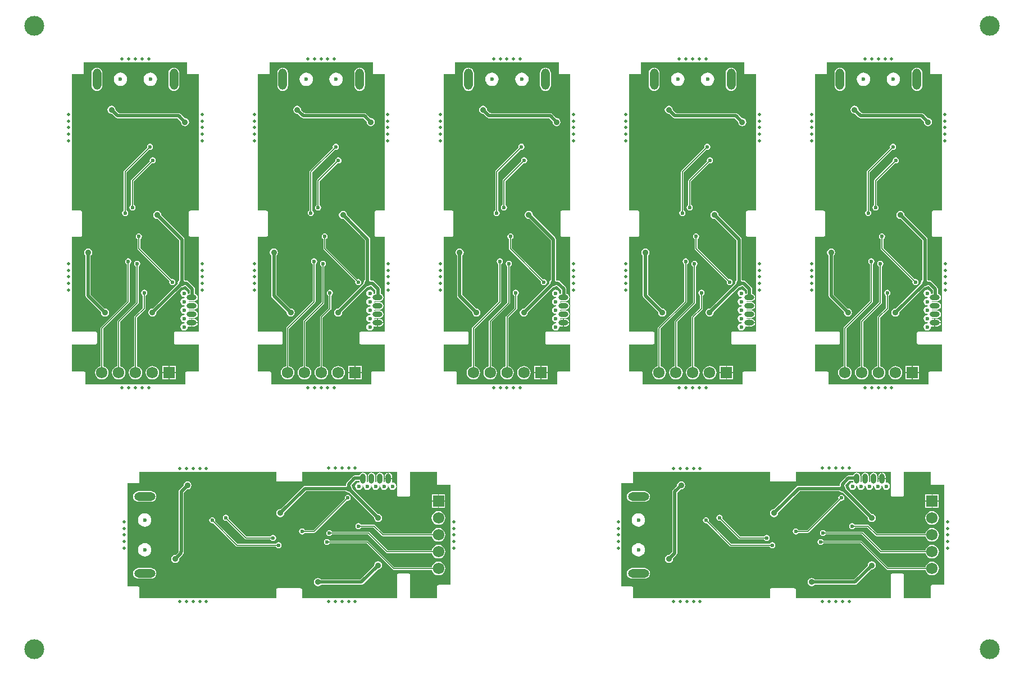
<source format=gbl>
G04*
G04 #@! TF.GenerationSoftware,Altium Limited,Altium Designer,20.2.6 (244)*
G04*
G04 Layer_Physical_Order=2*
G04 Layer_Color=16711680*
%FSLAX25Y25*%
%MOIN*%
G70*
G04*
G04 #@! TF.SameCoordinates,E77E425F-5BF8-4267-B911-1ADF0C2AC1BB*
G04*
G04*
G04 #@! TF.FilePolarity,Positive*
G04*
G01*
G75*
%ADD10C,0.11811*%
G04:AMPARAMS|DCode=14|XSize=31.5mil|YSize=59.06mil|CornerRadius=15.75mil|HoleSize=0mil|Usage=FLASHONLY|Rotation=360.000|XOffset=0mil|YOffset=0mil|HoleType=Round|Shape=RoundedRectangle|*
%AMROUNDEDRECTD14*
21,1,0.03150,0.02756,0,0,360.0*
21,1,0.00000,0.05906,0,0,360.0*
1,1,0.03150,0.00000,-0.01378*
1,1,0.03150,0.00000,-0.01378*
1,1,0.03150,0.00000,0.01378*
1,1,0.03150,0.00000,0.01378*
%
%ADD14ROUNDEDRECTD14*%
%ADD24C,0.00598*%
%ADD25C,0.02000*%
G04:AMPARAMS|DCode=36|XSize=31.5mil|YSize=59.06mil|CornerRadius=15.75mil|HoleSize=0mil|Usage=FLASHONLY|Rotation=270.000|XOffset=0mil|YOffset=0mil|HoleType=Round|Shape=RoundedRectangle|*
%AMROUNDEDRECTD36*
21,1,0.03150,0.02756,0,0,270.0*
21,1,0.00000,0.05906,0,0,270.0*
1,1,0.03150,-0.01378,0.00000*
1,1,0.03150,-0.01378,0.00000*
1,1,0.03150,0.01378,0.00000*
1,1,0.03150,0.01378,0.00000*
%
%ADD36ROUNDEDRECTD36*%
%ADD39C,0.01968*%
%ADD40C,0.02362*%
%ADD41O,0.12598X0.05118*%
%ADD42R,0.06791X0.06791*%
%ADD43C,0.06791*%
%ADD44C,0.03543*%
%ADD45O,0.05118X0.12598*%
%ADD46R,0.06791X0.06791*%
G36*
X543426Y354085D02*
X543487Y353778D01*
X543661Y353517D01*
X543921Y353343D01*
X544228Y353282D01*
X550315D01*
X550315Y272211D01*
X545213Y272211D01*
X544905Y272150D01*
X544645Y271975D01*
X544471Y271715D01*
X544410Y271408D01*
Y257628D01*
X544471Y257321D01*
X544645Y257061D01*
X544905Y256887D01*
X545213Y256826D01*
X550315D01*
Y200360D01*
X536354D01*
X536047Y200299D01*
X535787Y200125D01*
X535613Y199865D01*
X535552Y199557D01*
Y193652D01*
X535613Y193345D01*
X535787Y193084D01*
X536047Y192910D01*
X536354Y192849D01*
X550315D01*
Y176738D01*
X543244D01*
X542937Y176677D01*
X542676Y176503D01*
X542502Y176243D01*
X542441Y175935D01*
Y168864D01*
X483023D01*
Y175935D01*
X482962Y176243D01*
X482788Y176503D01*
X482528Y176677D01*
X482220Y176738D01*
X475149D01*
Y192849D01*
X489110D01*
X489417Y192910D01*
X489678Y193084D01*
X489852Y193345D01*
X489913Y193652D01*
Y199557D01*
X489852Y199865D01*
X489678Y200125D01*
X489417Y200299D01*
X489110Y200360D01*
X475149Y200360D01*
X475149Y256826D01*
X480252Y256826D01*
X480559Y256887D01*
X480820Y257061D01*
X480994Y257321D01*
X481055Y257628D01*
X481055Y271408D01*
X480994Y271715D01*
X480820Y271976D01*
X480559Y272150D01*
X480252Y272211D01*
X475149Y272211D01*
X475149Y353282D01*
X481236D01*
X481543Y353343D01*
X481804Y353517D01*
X481978Y353778D01*
X482039Y354085D01*
Y360271D01*
X543426D01*
Y354085D01*
D02*
G37*
G36*
X433189D02*
X433250Y353778D01*
X433424Y353517D01*
X433685Y353343D01*
X433992Y353282D01*
X440079D01*
X440079Y272211D01*
X434976Y272211D01*
X434669Y272150D01*
X434409Y271975D01*
X434235Y271715D01*
X434174Y271408D01*
Y257628D01*
X434235Y257321D01*
X434409Y257061D01*
X434669Y256887D01*
X434976Y256826D01*
X440079D01*
Y200360D01*
X426118D01*
X425811Y200299D01*
X425551Y200125D01*
X425376Y199865D01*
X425315Y199557D01*
Y193652D01*
X425376Y193345D01*
X425551Y193084D01*
X425811Y192910D01*
X426118Y192849D01*
X440079D01*
Y176738D01*
X433008D01*
X432701Y176677D01*
X432440Y176503D01*
X432266Y176243D01*
X432205Y175935D01*
Y168864D01*
X372787D01*
Y175935D01*
X372726Y176243D01*
X372552Y176503D01*
X372291Y176677D01*
X371984Y176738D01*
X364913D01*
Y192849D01*
X378874D01*
X379181Y192910D01*
X379442Y193084D01*
X379616Y193345D01*
X379677Y193652D01*
Y199557D01*
X379616Y199865D01*
X379442Y200125D01*
X379181Y200299D01*
X378874Y200360D01*
X364913Y200360D01*
X364913Y256826D01*
X370016Y256826D01*
X370323Y256887D01*
X370583Y257061D01*
X370757Y257321D01*
X370818Y257628D01*
X370818Y271408D01*
X370757Y271715D01*
X370583Y271976D01*
X370323Y272150D01*
X370016Y272211D01*
X364913Y272211D01*
X364913Y353282D01*
X371000D01*
X371307Y353343D01*
X371568Y353517D01*
X371742Y353778D01*
X371803Y354085D01*
Y360271D01*
X433189D01*
Y354085D01*
D02*
G37*
G36*
X322953D02*
X323014Y353778D01*
X323188Y353517D01*
X323449Y353343D01*
X323756Y353282D01*
X329843D01*
X329843Y272211D01*
X324740Y272211D01*
X324433Y272150D01*
X324172Y271975D01*
X323998Y271715D01*
X323937Y271408D01*
Y257628D01*
X323998Y257321D01*
X324172Y257061D01*
X324433Y256887D01*
X324740Y256826D01*
X329843D01*
Y200360D01*
X315882D01*
X315575Y200299D01*
X315314Y200125D01*
X315140Y199865D01*
X315079Y199557D01*
Y193652D01*
X315140Y193345D01*
X315314Y193084D01*
X315575Y192910D01*
X315882Y192849D01*
X329843D01*
Y176738D01*
X322772D01*
X322464Y176677D01*
X322204Y176503D01*
X322030Y176243D01*
X321969Y175935D01*
Y168864D01*
X262551D01*
Y175935D01*
X262490Y176243D01*
X262316Y176503D01*
X262055Y176677D01*
X261748Y176738D01*
X254677D01*
Y192849D01*
X268638D01*
X268945Y192910D01*
X269205Y193084D01*
X269379Y193345D01*
X269441Y193652D01*
Y199557D01*
X269379Y199865D01*
X269205Y200125D01*
X268945Y200299D01*
X268638Y200360D01*
X254677Y200360D01*
X254677Y256826D01*
X259779Y256826D01*
X260087Y256887D01*
X260347Y257061D01*
X260521Y257321D01*
X260582Y257628D01*
X260582Y271408D01*
X260521Y271715D01*
X260347Y271976D01*
X260087Y272150D01*
X259779Y272211D01*
X254677Y272211D01*
X254677Y353282D01*
X260764D01*
X261071Y353343D01*
X261331Y353517D01*
X261505Y353778D01*
X261566Y354085D01*
Y360271D01*
X322953D01*
Y354085D01*
D02*
G37*
G36*
X212717D02*
X212778Y353778D01*
X212952Y353517D01*
X213212Y353343D01*
X213520Y353282D01*
X219607D01*
X219607Y272211D01*
X214504Y272211D01*
X214197Y272150D01*
X213936Y271975D01*
X213762Y271715D01*
X213701Y271408D01*
Y257628D01*
X213762Y257321D01*
X213936Y257061D01*
X214197Y256887D01*
X214504Y256826D01*
X219607D01*
Y200360D01*
X205646D01*
X205339Y200299D01*
X205078Y200125D01*
X204904Y199865D01*
X204843Y199557D01*
Y193652D01*
X204904Y193345D01*
X205078Y193084D01*
X205339Y192910D01*
X205646Y192849D01*
X219607D01*
Y176738D01*
X212536D01*
X212228Y176677D01*
X211968Y176503D01*
X211794Y176243D01*
X211733Y175935D01*
Y168864D01*
X152315D01*
Y175935D01*
X152253Y176243D01*
X152079Y176503D01*
X151819Y176677D01*
X151512Y176738D01*
X144441D01*
Y192849D01*
X158402D01*
X158709Y192910D01*
X158969Y193084D01*
X159143Y193345D01*
X159204Y193652D01*
Y199557D01*
X159143Y199865D01*
X158969Y200125D01*
X158709Y200299D01*
X158402Y200360D01*
X144440Y200360D01*
X144440Y256826D01*
X149543Y256826D01*
X149850Y256887D01*
X150111Y257061D01*
X150285Y257321D01*
X150346Y257628D01*
X150346Y271408D01*
X150285Y271715D01*
X150111Y271976D01*
X149850Y272150D01*
X149543Y272211D01*
X144440Y272211D01*
X144441Y353282D01*
X150528D01*
X150835Y353343D01*
X151095Y353517D01*
X151269Y353778D01*
X151330Y354085D01*
Y360271D01*
X212717D01*
Y354085D01*
D02*
G37*
G36*
X102481D02*
X102542Y353778D01*
X102716Y353517D01*
X102976Y353343D01*
X103284Y353282D01*
X109370D01*
X109370Y272211D01*
X104268Y272211D01*
X103961Y272150D01*
X103700Y271975D01*
X103526Y271715D01*
X103465Y271408D01*
Y257628D01*
X103526Y257321D01*
X103700Y257061D01*
X103961Y256887D01*
X104268Y256826D01*
X109370D01*
Y200360D01*
X95410D01*
X95102Y200299D01*
X94842Y200125D01*
X94668Y199865D01*
X94607Y199557D01*
Y193652D01*
X94668Y193345D01*
X94842Y193084D01*
X95102Y192910D01*
X95410Y192849D01*
X109370D01*
Y176738D01*
X102299D01*
X101992Y176677D01*
X101732Y176503D01*
X101558Y176243D01*
X101496Y175935D01*
Y168864D01*
X42078D01*
Y175935D01*
X42017Y176243D01*
X41843Y176503D01*
X41583Y176677D01*
X41276Y176738D01*
X34204D01*
Y192849D01*
X48165D01*
X48472Y192910D01*
X48733Y193084D01*
X48907Y193345D01*
X48968Y193652D01*
Y199557D01*
X48907Y199865D01*
X48733Y200125D01*
X48472Y200299D01*
X48165Y200360D01*
X34204Y200360D01*
X34204Y256826D01*
X39307Y256826D01*
X39614Y256887D01*
X39875Y257061D01*
X40049Y257321D01*
X40110Y257628D01*
X40110Y271408D01*
X40049Y271715D01*
X39875Y271976D01*
X39614Y272150D01*
X39307Y272211D01*
X34204Y272211D01*
X34204Y353282D01*
X40291D01*
X40598Y353343D01*
X40859Y353517D01*
X41033Y353778D01*
X41094Y354085D01*
Y360271D01*
X102481D01*
Y354085D01*
D02*
G37*
G36*
X543776Y110088D02*
X543837Y109781D01*
X544011Y109521D01*
X544272Y109346D01*
X544579Y109285D01*
X551650D01*
Y49867D01*
X544579D01*
X544272Y49806D01*
X544011Y49632D01*
X543837Y49372D01*
X543776Y49064D01*
Y41993D01*
X527665D01*
Y55954D01*
X527604Y56261D01*
X527430Y56522D01*
X527170Y56696D01*
X526863Y56757D01*
X520957D01*
X520650Y56696D01*
X520390Y56522D01*
X520215Y56261D01*
X520154Y55954D01*
X520154Y41993D01*
X463689Y41993D01*
X463689Y47096D01*
X463628Y47403D01*
X463454Y47664D01*
X463193Y47838D01*
X462886Y47899D01*
X449107Y47899D01*
X448800Y47838D01*
X448539Y47664D01*
X448365Y47403D01*
X448304Y47096D01*
X448304Y41993D01*
X367232Y41993D01*
Y48080D01*
X367171Y48388D01*
X366997Y48648D01*
X366737Y48822D01*
X366429Y48883D01*
X360244D01*
Y110270D01*
X366430D01*
X366737Y110331D01*
X366997Y110505D01*
X367171Y110765D01*
X367232Y111073D01*
Y117159D01*
X448304Y117159D01*
X448304Y112057D01*
X448365Y111749D01*
X448539Y111489D01*
X448800Y111315D01*
X449107Y111254D01*
X462886D01*
X463193Y111315D01*
X463454Y111489D01*
X463628Y111749D01*
X463689Y112057D01*
Y117159D01*
X520154D01*
Y103199D01*
X520215Y102891D01*
X520390Y102631D01*
X520650Y102457D01*
X520957Y102396D01*
X526863D01*
X527170Y102457D01*
X527430Y102631D01*
X527604Y102891D01*
X527665Y103199D01*
Y117159D01*
X543776D01*
Y110088D01*
D02*
G37*
G36*
X250799Y110088D02*
X250861Y109781D01*
X251035Y109521D01*
X251295Y109346D01*
X251602Y109285D01*
X258674D01*
Y49867D01*
X251602D01*
X251295Y49806D01*
X251035Y49632D01*
X250861Y49372D01*
X250799Y49064D01*
Y41993D01*
X234688D01*
Y55954D01*
X234627Y56261D01*
X234453Y56522D01*
X234193Y56696D01*
X233886Y56757D01*
X227980D01*
X227673Y56696D01*
X227413Y56522D01*
X227239Y56261D01*
X227177Y55954D01*
X227177Y41993D01*
X170712Y41993D01*
X170712Y47096D01*
X170651Y47403D01*
X170477Y47664D01*
X170217Y47838D01*
X169909Y47899D01*
X156130Y47899D01*
X155823Y47838D01*
X155562Y47664D01*
X155388Y47403D01*
X155327Y47096D01*
X155327Y41993D01*
X74255Y41993D01*
Y48080D01*
X74194Y48388D01*
X74020Y48648D01*
X73760Y48822D01*
X73453Y48883D01*
X67267D01*
Y110270D01*
X73453D01*
X73760Y110331D01*
X74020Y110505D01*
X74194Y110765D01*
X74256Y111073D01*
Y117159D01*
X155327Y117159D01*
X155327Y112057D01*
X155388Y111749D01*
X155562Y111489D01*
X155823Y111315D01*
X156130Y111254D01*
X169909D01*
X170217Y111315D01*
X170477Y111489D01*
X170651Y111749D01*
X170712Y112057D01*
Y117159D01*
X227177D01*
Y103199D01*
X227239Y102891D01*
X227413Y102631D01*
X227673Y102457D01*
X227980Y102396D01*
X233886D01*
X234193Y102457D01*
X234453Y102631D01*
X234627Y102891D01*
X234688Y103199D01*
Y117159D01*
X250799D01*
Y110088D01*
D02*
G37*
%LPC*%
G36*
X521591Y354217D02*
X520563Y354082D01*
X519605Y353685D01*
X518783Y353054D01*
X518152Y352232D01*
X517755Y351274D01*
X517620Y350247D01*
X517755Y349219D01*
X518152Y348261D01*
X518783Y347439D01*
X519605Y346808D01*
X520563Y346411D01*
X521591Y346275D01*
X522618Y346411D01*
X523576Y346808D01*
X524398Y347439D01*
X525030Y348261D01*
X525426Y349219D01*
X525562Y350247D01*
X525426Y351274D01*
X525030Y352232D01*
X524398Y353054D01*
X523576Y353685D01*
X522618Y354082D01*
X521591Y354217D01*
D02*
G37*
G36*
X503874D02*
X502846Y354082D01*
X501889Y353685D01*
X501066Y353054D01*
X500435Y352232D01*
X500038Y351274D01*
X499903Y350247D01*
X500038Y349219D01*
X500435Y348261D01*
X501066Y347439D01*
X501889Y346808D01*
X502846Y346411D01*
X503874Y346275D01*
X504902Y346411D01*
X505860Y346808D01*
X506682Y347439D01*
X507313Y348261D01*
X507710Y349219D01*
X507845Y350247D01*
X507710Y351274D01*
X507313Y352232D01*
X506682Y353054D01*
X505860Y353685D01*
X504902Y354082D01*
X503874Y354217D01*
D02*
G37*
G36*
X535567Y357171D02*
X534743Y357063D01*
X533975Y356745D01*
X533315Y356239D01*
X532809Y355579D01*
X532491Y354811D01*
X532382Y353987D01*
Y346506D01*
X532491Y345682D01*
X532809Y344914D01*
X533315Y344254D01*
X533975Y343748D01*
X534743Y343430D01*
X535567Y343322D01*
X536391Y343430D01*
X537159Y343748D01*
X537819Y344254D01*
X538325Y344914D01*
X538643Y345682D01*
X538752Y346506D01*
Y353987D01*
X538643Y354811D01*
X538325Y355579D01*
X537819Y356239D01*
X537159Y356745D01*
X536391Y357063D01*
X535567Y357171D01*
D02*
G37*
G36*
X489898D02*
X489073Y357063D01*
X488305Y356745D01*
X487646Y356239D01*
X487140Y355579D01*
X486821Y354811D01*
X486713Y353987D01*
Y346506D01*
X486821Y345682D01*
X487140Y344914D01*
X487646Y344254D01*
X488305Y343748D01*
X489073Y343430D01*
X489898Y343322D01*
X490722Y343430D01*
X491490Y343748D01*
X492150Y344254D01*
X492656Y344914D01*
X492974Y345682D01*
X493082Y346506D01*
Y353987D01*
X492974Y354811D01*
X492656Y355579D01*
X492150Y356239D01*
X491490Y356745D01*
X490722Y357063D01*
X489898Y357171D01*
D02*
G37*
G36*
X498559Y334553D02*
X497634Y334369D01*
X496850Y333845D01*
X496326Y333061D01*
X496142Y332136D01*
X496326Y331211D01*
X496850Y330428D01*
X497634Y329904D01*
X498559Y329720D01*
X498771Y329762D01*
X500922Y327610D01*
X501419Y327278D01*
X502004Y327162D01*
X502493D01*
X502988Y327063D01*
X537788D01*
X539787Y325064D01*
X539745Y324853D01*
X539929Y323928D01*
X540453Y323144D01*
X541237Y322620D01*
X542161Y322436D01*
X543086Y322620D01*
X543870Y323144D01*
X544394Y323928D01*
X544578Y324853D01*
X544394Y325778D01*
X543870Y326561D01*
X543086Y327085D01*
X542161Y327269D01*
X541950Y327227D01*
X539503Y329674D01*
X539007Y330006D01*
X538421Y330122D01*
X503483D01*
X502988Y330221D01*
X502637D01*
X500934Y331925D01*
X500976Y332136D01*
X500792Y333061D01*
X500268Y333845D01*
X499484Y334369D01*
X498559Y334553D01*
D02*
G37*
G36*
X521394Y312002D02*
X520699Y311864D01*
X520111Y311470D01*
X519717Y310882D01*
X519579Y310187D01*
X519689Y309635D01*
X506054Y296000D01*
X505877Y295736D01*
X505815Y295424D01*
Y272425D01*
X505347Y272112D01*
X504954Y271523D01*
X504815Y270829D01*
X504954Y270134D01*
X505347Y269546D01*
X505935Y269152D01*
X506630Y269014D01*
X507324Y269152D01*
X507913Y269546D01*
X508306Y270134D01*
X508444Y270829D01*
X508306Y271523D01*
X507913Y272112D01*
X507445Y272425D01*
Y295086D01*
X520842Y308483D01*
X521394Y308373D01*
X522088Y308511D01*
X522677Y308904D01*
X523070Y309493D01*
X523208Y310187D01*
X523070Y310882D01*
X522677Y311470D01*
X522088Y311864D01*
X521394Y312002D01*
D02*
G37*
G36*
X522968Y303931D02*
X522274Y303793D01*
X521686Y303399D01*
X521292Y302811D01*
X521154Y302117D01*
X521264Y301564D01*
X510384Y290685D01*
X510208Y290421D01*
X510146Y290109D01*
Y275673D01*
X509678Y275360D01*
X509284Y274771D01*
X509146Y274077D01*
X509284Y273382D01*
X509678Y272794D01*
X510266Y272401D01*
X510961Y272263D01*
X511655Y272401D01*
X512244Y272794D01*
X512637Y273382D01*
X512775Y274077D01*
X512637Y274771D01*
X512244Y275360D01*
X511775Y275673D01*
Y289771D01*
X522416Y300412D01*
X522968Y300302D01*
X523663Y300440D01*
X524252Y300834D01*
X524645Y301422D01*
X524783Y302117D01*
X524645Y302811D01*
X524252Y303399D01*
X523663Y303793D01*
X522968Y303931D01*
D02*
G37*
G36*
X514799Y258695D02*
X514105Y258557D01*
X513516Y258163D01*
X513123Y257575D01*
X512985Y256880D01*
X513123Y256186D01*
X513516Y255597D01*
X513984Y255285D01*
Y249663D01*
X514046Y249351D01*
X514223Y249086D01*
X532983Y230326D01*
X532873Y229774D01*
X533012Y229080D01*
X533405Y228491D01*
X533994Y228098D01*
X534688Y227960D01*
X535382Y228098D01*
X535971Y228491D01*
X536364Y229080D01*
X536502Y229774D01*
X536364Y230468D01*
X535971Y231057D01*
X535382Y231450D01*
X534688Y231588D01*
X534136Y231479D01*
X515614Y250000D01*
Y255285D01*
X516082Y255597D01*
X516475Y256186D01*
X516614Y256880D01*
X516475Y257575D01*
X516082Y258163D01*
X515493Y258557D01*
X514799Y258695D01*
D02*
G37*
G36*
X525724Y272151D02*
X524800Y271967D01*
X524016Y271443D01*
X523492Y270659D01*
X523308Y269735D01*
X523492Y268810D01*
X524016Y268026D01*
X524800Y267502D01*
X525724Y267318D01*
X525936Y267360D01*
X538762Y254534D01*
Y231012D01*
X538583Y230892D01*
X538059Y230108D01*
X537875Y229184D01*
X537917Y228972D01*
X523023Y214078D01*
X522811Y214120D01*
X521886Y213936D01*
X521102Y213412D01*
X520578Y212628D01*
X520395Y211703D01*
X520578Y210778D01*
X521102Y209995D01*
X521886Y209471D01*
X522811Y209287D01*
X523736Y209471D01*
X524520Y209995D01*
X525044Y210778D01*
X525227Y211703D01*
X525185Y211915D01*
X540080Y226809D01*
X540291Y226767D01*
X541216Y226951D01*
X542000Y227475D01*
X542527Y227442D01*
X544963Y225007D01*
Y222856D01*
X544819D01*
X544290Y222751D01*
X543857Y223140D01*
X543689Y223985D01*
X543211Y224701D01*
X542494Y225180D01*
X541650Y225348D01*
X540805Y225180D01*
X540089Y224701D01*
X539610Y223985D01*
X539442Y223140D01*
X539610Y222295D01*
X540089Y221579D01*
X540805Y221100D01*
X541650Y220932D01*
X541733Y220949D01*
X542109Y220640D01*
X541733Y220331D01*
X541650Y220348D01*
X540805Y220180D01*
X540089Y219701D01*
X539610Y218985D01*
X539442Y218140D01*
X539610Y217295D01*
X540089Y216579D01*
X540805Y216101D01*
X541650Y215932D01*
X541733Y215949D01*
X542109Y215640D01*
X541733Y215331D01*
X541650Y215348D01*
X540805Y215180D01*
X540089Y214701D01*
X539610Y213985D01*
X539442Y213140D01*
X539610Y212295D01*
X540089Y211579D01*
X540805Y211101D01*
X541650Y210932D01*
X541733Y210949D01*
X542109Y210640D01*
X541733Y210331D01*
X541650Y210348D01*
X540805Y210180D01*
X540089Y209701D01*
X539610Y208985D01*
X539442Y208140D01*
X539610Y207295D01*
X540089Y206579D01*
X540805Y206101D01*
X541650Y205932D01*
X541733Y205949D01*
X542109Y205640D01*
X541733Y205331D01*
X541650Y205348D01*
X540805Y205180D01*
X540089Y204701D01*
X539610Y203985D01*
X539442Y203140D01*
X539610Y202295D01*
X540089Y201579D01*
X540805Y201100D01*
X541650Y200932D01*
X542494Y201100D01*
X543211Y201579D01*
X543689Y202295D01*
X543857Y203140D01*
X544290Y203529D01*
X544819Y203424D01*
X545897D01*
Y205640D01*
Y207856D01*
X544819D01*
X544603Y207813D01*
X544211Y208140D01*
X544603Y208467D01*
X544819Y208424D01*
X547575D01*
X548423Y208593D01*
X549142Y209073D01*
X549622Y209792D01*
X549791Y210640D01*
X549622Y211488D01*
X549142Y212207D01*
X548423Y212687D01*
X547575Y212856D01*
X544819D01*
X544603Y212813D01*
X544211Y213140D01*
X544603Y213467D01*
X544819Y213424D01*
X547575D01*
X548423Y213593D01*
X549142Y214073D01*
X549622Y214792D01*
X549791Y215640D01*
X549622Y216488D01*
X549142Y217207D01*
X548423Y217688D01*
X547575Y217856D01*
X544819D01*
X544603Y217813D01*
X544211Y218140D01*
X544603Y218467D01*
X544819Y218424D01*
X547575D01*
X548423Y218593D01*
X549142Y219073D01*
X549622Y219792D01*
X549791Y220640D01*
X549622Y221488D01*
X549142Y222207D01*
X548423Y222688D01*
X548021Y222767D01*
Y225640D01*
X547905Y226225D01*
X547573Y226722D01*
X544075Y230220D01*
X543579Y230551D01*
X542994Y230667D01*
X542150D01*
X542000Y230892D01*
X541821Y231012D01*
Y255168D01*
X541704Y255753D01*
X541373Y256249D01*
X528099Y269523D01*
X528141Y269735D01*
X527957Y270659D01*
X527433Y271443D01*
X526649Y271967D01*
X525724Y272151D01*
D02*
G37*
G36*
X484681Y249848D02*
X483756Y249664D01*
X482972Y249140D01*
X482448Y248356D01*
X482265Y247431D01*
X482448Y246507D01*
X482972Y245723D01*
X483152Y245603D01*
Y221674D01*
X483268Y221089D01*
X483600Y220592D01*
X492277Y211915D01*
X492235Y211703D01*
X492419Y210778D01*
X492943Y209995D01*
X493727Y209471D01*
X494652Y209287D01*
X495577Y209471D01*
X496360Y209995D01*
X496884Y210778D01*
X497068Y211703D01*
X496884Y212628D01*
X496360Y213412D01*
X495577Y213936D01*
X494652Y214120D01*
X494440Y214078D01*
X486210Y222307D01*
Y245603D01*
X486390Y245723D01*
X486914Y246507D01*
X487098Y247431D01*
X486914Y248356D01*
X486390Y249140D01*
X485606Y249664D01*
X484681Y249848D01*
D02*
G37*
G36*
X547575Y207856D02*
X546496D01*
Y205939D01*
X549731D01*
X549622Y206488D01*
X549142Y207207D01*
X548423Y207687D01*
X547575Y207856D01*
D02*
G37*
G36*
X549731Y205341D02*
X546496D01*
Y203424D01*
X547575D01*
X548423Y203593D01*
X549142Y204073D01*
X549622Y204792D01*
X549731Y205341D01*
D02*
G37*
G36*
X536805Y179929D02*
X533110D01*
Y176235D01*
X536805D01*
Y179929D01*
D02*
G37*
G36*
X532512D02*
X528817D01*
Y176235D01*
X532512D01*
Y179929D01*
D02*
G37*
G36*
X536805Y175636D02*
X533110D01*
Y171941D01*
X536805D01*
Y175636D01*
D02*
G37*
G36*
X532512D02*
X528817D01*
Y171941D01*
X532512D01*
Y175636D01*
D02*
G37*
G36*
X522811Y179964D02*
X521768Y179827D01*
X520797Y179424D01*
X519962Y178784D01*
X519322Y177950D01*
X518920Y176978D01*
X518782Y175935D01*
X518920Y174893D01*
X519322Y173921D01*
X519962Y173087D01*
X520797Y172447D01*
X521768Y172044D01*
X522811Y171907D01*
X523854Y172044D01*
X524825Y172447D01*
X525660Y173087D01*
X526300Y173921D01*
X526702Y174893D01*
X526840Y175935D01*
X526702Y176978D01*
X526300Y177950D01*
X525660Y178784D01*
X524825Y179424D01*
X523854Y179827D01*
X522811Y179964D01*
D02*
G37*
G36*
X517949Y225191D02*
X517254Y225053D01*
X516666Y224659D01*
X516272Y224071D01*
X516134Y223376D01*
X516272Y222682D01*
X516666Y222093D01*
X517134Y221781D01*
Y214364D01*
X512235Y209464D01*
X512058Y209200D01*
X511996Y208888D01*
Y179857D01*
X511768Y179827D01*
X510797Y179424D01*
X509962Y178784D01*
X509322Y177950D01*
X508920Y176978D01*
X508782Y175935D01*
X508920Y174893D01*
X509322Y173921D01*
X509962Y173087D01*
X510797Y172447D01*
X511768Y172044D01*
X512811Y171907D01*
X513854Y172044D01*
X514825Y172447D01*
X515660Y173087D01*
X516300Y173921D01*
X516702Y174893D01*
X516840Y175935D01*
X516702Y176978D01*
X516300Y177950D01*
X515660Y178784D01*
X514825Y179424D01*
X513854Y179827D01*
X513626Y179857D01*
Y208551D01*
X518525Y213450D01*
X518702Y213714D01*
X518764Y214026D01*
Y221781D01*
X519232Y222093D01*
X519625Y222682D01*
X519763Y223376D01*
X519625Y224071D01*
X519232Y224659D01*
X518643Y225053D01*
X517949Y225191D01*
D02*
G37*
G36*
X513826Y242466D02*
X513132Y242328D01*
X512543Y241935D01*
X512150Y241346D01*
X512012Y240652D01*
X512150Y239957D01*
X512543Y239369D01*
X513012Y239056D01*
Y217780D01*
X502235Y207004D01*
X502058Y206739D01*
X501996Y206428D01*
Y179857D01*
X501768Y179827D01*
X500797Y179424D01*
X499962Y178784D01*
X499322Y177950D01*
X498920Y176978D01*
X498782Y175935D01*
X498920Y174893D01*
X499322Y173921D01*
X499962Y173087D01*
X500797Y172447D01*
X501768Y172044D01*
X502811Y171907D01*
X503854Y172044D01*
X504825Y172447D01*
X505660Y173087D01*
X506300Y173921D01*
X506702Y174893D01*
X506840Y175935D01*
X506702Y176978D01*
X506300Y177950D01*
X505660Y178784D01*
X504825Y179424D01*
X503854Y179827D01*
X503626Y179857D01*
Y206090D01*
X514403Y216867D01*
X514579Y217131D01*
X514641Y217443D01*
Y239056D01*
X515109Y239369D01*
X515503Y239957D01*
X515641Y240652D01*
X515503Y241346D01*
X515109Y241935D01*
X514521Y242328D01*
X513826Y242466D01*
D02*
G37*
G36*
X508520Y243931D02*
X507825Y243793D01*
X507237Y243400D01*
X506843Y242811D01*
X506705Y242116D01*
X506843Y241422D01*
X507237Y240834D01*
X507705Y240521D01*
Y218517D01*
X492235Y203047D01*
X492058Y202783D01*
X491996Y202471D01*
Y179857D01*
X491768Y179827D01*
X490797Y179424D01*
X489962Y178784D01*
X489322Y177950D01*
X488920Y176978D01*
X488782Y175935D01*
X488920Y174893D01*
X489322Y173921D01*
X489962Y173087D01*
X490797Y172447D01*
X491768Y172044D01*
X492811Y171907D01*
X493854Y172044D01*
X494825Y172447D01*
X495660Y173087D01*
X496300Y173921D01*
X496702Y174893D01*
X496840Y175935D01*
X496702Y176978D01*
X496300Y177950D01*
X495660Y178784D01*
X494825Y179424D01*
X493854Y179827D01*
X493626Y179857D01*
Y202133D01*
X509096Y217603D01*
X509272Y217868D01*
X509335Y218179D01*
Y240521D01*
X509803Y240834D01*
X510196Y241422D01*
X510334Y242116D01*
X510196Y242811D01*
X509803Y243400D01*
X509214Y243793D01*
X508520Y243931D01*
D02*
G37*
G36*
X411354Y354217D02*
X410327Y354082D01*
X409369Y353685D01*
X408546Y353054D01*
X407915Y352232D01*
X407519Y351274D01*
X407383Y350247D01*
X407519Y349219D01*
X407915Y348261D01*
X408546Y347439D01*
X409369Y346808D01*
X410327Y346411D01*
X411354Y346275D01*
X412382Y346411D01*
X413340Y346808D01*
X414162Y347439D01*
X414793Y348261D01*
X415190Y349219D01*
X415325Y350247D01*
X415190Y351274D01*
X414793Y352232D01*
X414162Y353054D01*
X413340Y353685D01*
X412382Y354082D01*
X411354Y354217D01*
D02*
G37*
G36*
X393638D02*
X392610Y354082D01*
X391652Y353685D01*
X390830Y353054D01*
X390199Y352232D01*
X389802Y351274D01*
X389667Y350247D01*
X389802Y349219D01*
X390199Y348261D01*
X390830Y347439D01*
X391652Y346808D01*
X392610Y346411D01*
X393638Y346275D01*
X394666Y346411D01*
X395623Y346808D01*
X396446Y347439D01*
X397077Y348261D01*
X397473Y349219D01*
X397609Y350247D01*
X397473Y351274D01*
X397077Y352232D01*
X396446Y353054D01*
X395623Y353685D01*
X394666Y354082D01*
X393638Y354217D01*
D02*
G37*
G36*
X425331Y357171D02*
X424506Y357063D01*
X423738Y356745D01*
X423079Y356239D01*
X422573Y355579D01*
X422255Y354811D01*
X422146Y353987D01*
Y346506D01*
X422255Y345682D01*
X422573Y344914D01*
X423079Y344254D01*
X423738Y343748D01*
X424506Y343430D01*
X425331Y343322D01*
X426155Y343430D01*
X426923Y343748D01*
X427583Y344254D01*
X428089Y344914D01*
X428407Y345682D01*
X428515Y346506D01*
Y353987D01*
X428407Y354811D01*
X428089Y355579D01*
X427583Y356239D01*
X426923Y356745D01*
X426155Y357063D01*
X425331Y357171D01*
D02*
G37*
G36*
X379661D02*
X378837Y357063D01*
X378069Y356745D01*
X377410Y356239D01*
X376903Y355579D01*
X376585Y354811D01*
X376477Y353987D01*
Y346506D01*
X376585Y345682D01*
X376903Y344914D01*
X377410Y344254D01*
X378069Y343748D01*
X378837Y343430D01*
X379661Y343322D01*
X380486Y343430D01*
X381254Y343748D01*
X381913Y344254D01*
X382419Y344914D01*
X382738Y345682D01*
X382846Y346506D01*
Y353987D01*
X382738Y354811D01*
X382419Y355579D01*
X381913Y356239D01*
X381254Y356745D01*
X380486Y357063D01*
X379661Y357171D01*
D02*
G37*
G36*
X388323Y334553D02*
X387398Y334369D01*
X386614Y333845D01*
X386090Y333061D01*
X385906Y332136D01*
X386090Y331211D01*
X386614Y330428D01*
X387398Y329904D01*
X388323Y329720D01*
X388534Y329762D01*
X390686Y327610D01*
X391182Y327278D01*
X391768Y327162D01*
X392257D01*
X392752Y327063D01*
X427552D01*
X429551Y325064D01*
X429509Y324853D01*
X429693Y323928D01*
X430216Y323144D01*
X431000Y322620D01*
X431925Y322436D01*
X432850Y322620D01*
X433634Y323144D01*
X434158Y323928D01*
X434342Y324853D01*
X434158Y325778D01*
X433634Y326561D01*
X432850Y327085D01*
X431925Y327269D01*
X431714Y327227D01*
X429266Y329674D01*
X428770Y330006D01*
X428185Y330122D01*
X393247D01*
X392752Y330221D01*
X392401D01*
X390697Y331925D01*
X390739Y332136D01*
X390555Y333061D01*
X390032Y333845D01*
X389248Y334369D01*
X388323Y334553D01*
D02*
G37*
G36*
X411158Y312002D02*
X410463Y311864D01*
X409874Y311470D01*
X409481Y310882D01*
X409343Y310187D01*
X409453Y309635D01*
X395817Y296000D01*
X395641Y295736D01*
X395579Y295424D01*
Y272425D01*
X395111Y272112D01*
X394717Y271523D01*
X394579Y270829D01*
X394717Y270134D01*
X395111Y269546D01*
X395699Y269152D01*
X396394Y269014D01*
X397088Y269152D01*
X397677Y269546D01*
X398070Y270134D01*
X398208Y270829D01*
X398070Y271523D01*
X397677Y272112D01*
X397208Y272425D01*
Y295086D01*
X410605Y308483D01*
X411158Y308373D01*
X411852Y308511D01*
X412440Y308904D01*
X412834Y309493D01*
X412972Y310187D01*
X412834Y310882D01*
X412440Y311470D01*
X411852Y311864D01*
X411158Y312002D01*
D02*
G37*
G36*
X412732Y303931D02*
X412038Y303793D01*
X411449Y303399D01*
X411056Y302811D01*
X410918Y302117D01*
X411028Y301564D01*
X400148Y290685D01*
X399972Y290421D01*
X399909Y290109D01*
Y275673D01*
X399441Y275360D01*
X399048Y274771D01*
X398910Y274077D01*
X399048Y273382D01*
X399441Y272794D01*
X400030Y272401D01*
X400724Y272263D01*
X401419Y272401D01*
X402007Y272794D01*
X402401Y273382D01*
X402539Y274077D01*
X402401Y274771D01*
X402007Y275360D01*
X401539Y275673D01*
Y289771D01*
X412180Y300412D01*
X412732Y300302D01*
X413427Y300440D01*
X414015Y300834D01*
X414408Y301422D01*
X414547Y302117D01*
X414408Y302811D01*
X414015Y303399D01*
X413427Y303793D01*
X412732Y303931D01*
D02*
G37*
G36*
X404563Y258695D02*
X403869Y258557D01*
X403280Y258163D01*
X402887Y257575D01*
X402749Y256880D01*
X402887Y256186D01*
X403280Y255597D01*
X403748Y255285D01*
Y249663D01*
X403810Y249351D01*
X403987Y249086D01*
X422747Y230326D01*
X422637Y229774D01*
X422775Y229080D01*
X423169Y228491D01*
X423757Y228098D01*
X424452Y227960D01*
X425146Y228098D01*
X425735Y228491D01*
X426128Y229080D01*
X426266Y229774D01*
X426128Y230468D01*
X425735Y231057D01*
X425146Y231450D01*
X424452Y231588D01*
X423900Y231479D01*
X405378Y250000D01*
Y255285D01*
X405846Y255597D01*
X406239Y256186D01*
X406377Y256880D01*
X406239Y257575D01*
X405846Y258163D01*
X405257Y258557D01*
X404563Y258695D01*
D02*
G37*
G36*
X415488Y272151D02*
X414563Y271967D01*
X413779Y271443D01*
X413256Y270659D01*
X413072Y269735D01*
X413256Y268810D01*
X413779Y268026D01*
X414563Y267502D01*
X415488Y267318D01*
X415700Y267360D01*
X428526Y254534D01*
Y231012D01*
X428346Y230892D01*
X427822Y230108D01*
X427639Y229184D01*
X427681Y228972D01*
X412786Y214078D01*
X412575Y214120D01*
X411650Y213936D01*
X410866Y213412D01*
X410342Y212628D01*
X410158Y211703D01*
X410342Y210778D01*
X410866Y209995D01*
X411650Y209471D01*
X412575Y209287D01*
X413499Y209471D01*
X414284Y209995D01*
X414807Y210778D01*
X414991Y211703D01*
X414949Y211915D01*
X429844Y226809D01*
X430055Y226767D01*
X430980Y226951D01*
X431764Y227475D01*
X432291Y227442D01*
X434726Y225007D01*
Y222856D01*
X434582D01*
X434054Y222751D01*
X433621Y223140D01*
X433453Y223985D01*
X432974Y224701D01*
X432258Y225180D01*
X431413Y225348D01*
X430569Y225180D01*
X429852Y224701D01*
X429374Y223985D01*
X429206Y223140D01*
X429374Y222295D01*
X429852Y221579D01*
X430569Y221100D01*
X431413Y220932D01*
X431497Y220949D01*
X431873Y220640D01*
X431497Y220331D01*
X431413Y220348D01*
X430569Y220180D01*
X429852Y219701D01*
X429374Y218985D01*
X429206Y218140D01*
X429374Y217295D01*
X429852Y216579D01*
X430569Y216101D01*
X431413Y215932D01*
X431497Y215949D01*
X431873Y215640D01*
X431497Y215331D01*
X431413Y215348D01*
X430569Y215180D01*
X429852Y214701D01*
X429374Y213985D01*
X429206Y213140D01*
X429374Y212295D01*
X429852Y211579D01*
X430569Y211101D01*
X431413Y210932D01*
X431497Y210949D01*
X431873Y210640D01*
X431497Y210331D01*
X431413Y210348D01*
X430569Y210180D01*
X429852Y209701D01*
X429374Y208985D01*
X429206Y208140D01*
X429374Y207295D01*
X429852Y206579D01*
X430569Y206101D01*
X431413Y205932D01*
X431497Y205949D01*
X431873Y205640D01*
X431497Y205331D01*
X431413Y205348D01*
X430569Y205180D01*
X429852Y204701D01*
X429374Y203985D01*
X429206Y203140D01*
X429374Y202295D01*
X429852Y201579D01*
X430569Y201100D01*
X431413Y200932D01*
X432258Y201100D01*
X432974Y201579D01*
X433453Y202295D01*
X433621Y203140D01*
X434054Y203529D01*
X434582Y203424D01*
X435661D01*
Y205640D01*
Y207856D01*
X434582D01*
X434367Y207813D01*
X433975Y208140D01*
X434367Y208467D01*
X434582Y208424D01*
X437338D01*
X438186Y208593D01*
X438905Y209073D01*
X439386Y209792D01*
X439554Y210640D01*
X439386Y211488D01*
X438905Y212207D01*
X438186Y212687D01*
X437338Y212856D01*
X434582D01*
X434367Y212813D01*
X433975Y213140D01*
X434367Y213467D01*
X434582Y213424D01*
X437338D01*
X438186Y213593D01*
X438905Y214073D01*
X439386Y214792D01*
X439554Y215640D01*
X439386Y216488D01*
X438905Y217207D01*
X438186Y217688D01*
X437338Y217856D01*
X434582D01*
X434367Y217813D01*
X433975Y218140D01*
X434367Y218467D01*
X434582Y218424D01*
X437338D01*
X438186Y218593D01*
X438905Y219073D01*
X439386Y219792D01*
X439554Y220640D01*
X439386Y221488D01*
X438905Y222207D01*
X438186Y222688D01*
X437785Y222767D01*
Y225640D01*
X437669Y226225D01*
X437337Y226722D01*
X433839Y230220D01*
X433343Y230551D01*
X432758Y230667D01*
X431914D01*
X431764Y230892D01*
X431585Y231012D01*
Y255168D01*
X431468Y255753D01*
X431137Y256249D01*
X417863Y269523D01*
X417905Y269735D01*
X417721Y270659D01*
X417197Y271443D01*
X416413Y271967D01*
X415488Y272151D01*
D02*
G37*
G36*
X374445Y249848D02*
X373520Y249664D01*
X372736Y249140D01*
X372212Y248356D01*
X372028Y247431D01*
X372212Y246507D01*
X372736Y245723D01*
X372916Y245603D01*
Y221674D01*
X373032Y221089D01*
X373363Y220592D01*
X382041Y211915D01*
X381999Y211703D01*
X382183Y210778D01*
X382707Y209995D01*
X383491Y209471D01*
X384416Y209287D01*
X385340Y209471D01*
X386124Y209995D01*
X386648Y210778D01*
X386832Y211703D01*
X386648Y212628D01*
X386124Y213412D01*
X385340Y213936D01*
X384416Y214120D01*
X384204Y214078D01*
X375974Y222307D01*
Y245603D01*
X376154Y245723D01*
X376677Y246507D01*
X376861Y247431D01*
X376677Y248356D01*
X376154Y249140D01*
X375370Y249664D01*
X374445Y249848D01*
D02*
G37*
G36*
X437338Y207856D02*
X436260D01*
Y205939D01*
X439495D01*
X439386Y206488D01*
X438905Y207207D01*
X438186Y207687D01*
X437338Y207856D01*
D02*
G37*
G36*
X439495Y205341D02*
X436260D01*
Y203424D01*
X437338D01*
X438186Y203593D01*
X438905Y204073D01*
X439386Y204792D01*
X439495Y205341D01*
D02*
G37*
G36*
X426569Y179929D02*
X422874D01*
Y176235D01*
X426569D01*
Y179929D01*
D02*
G37*
G36*
X422276D02*
X418581D01*
Y176235D01*
X422276D01*
Y179929D01*
D02*
G37*
G36*
X426569Y175636D02*
X422874D01*
Y171941D01*
X426569D01*
Y175636D01*
D02*
G37*
G36*
X422276D02*
X418581D01*
Y171941D01*
X422276D01*
Y175636D01*
D02*
G37*
G36*
X412575Y179964D02*
X411532Y179827D01*
X410561Y179424D01*
X409726Y178784D01*
X409086Y177950D01*
X408683Y176978D01*
X408546Y175935D01*
X408683Y174893D01*
X409086Y173921D01*
X409726Y173087D01*
X410561Y172447D01*
X411532Y172044D01*
X412575Y171907D01*
X413618Y172044D01*
X414589Y172447D01*
X415423Y173087D01*
X416064Y173921D01*
X416466Y174893D01*
X416603Y175935D01*
X416466Y176978D01*
X416064Y177950D01*
X415423Y178784D01*
X414589Y179424D01*
X413618Y179827D01*
X412575Y179964D01*
D02*
G37*
G36*
X407713Y225191D02*
X407018Y225053D01*
X406430Y224659D01*
X406036Y224071D01*
X405898Y223376D01*
X406036Y222682D01*
X406430Y222093D01*
X406898Y221781D01*
Y214364D01*
X401999Y209464D01*
X401822Y209200D01*
X401760Y208888D01*
Y179857D01*
X401532Y179827D01*
X400561Y179424D01*
X399726Y178784D01*
X399086Y177950D01*
X398684Y176978D01*
X398546Y175935D01*
X398684Y174893D01*
X399086Y173921D01*
X399726Y173087D01*
X400561Y172447D01*
X401532Y172044D01*
X402575Y171907D01*
X403617Y172044D01*
X404589Y172447D01*
X405423Y173087D01*
X406064Y173921D01*
X406466Y174893D01*
X406603Y175935D01*
X406466Y176978D01*
X406064Y177950D01*
X405423Y178784D01*
X404589Y179424D01*
X403617Y179827D01*
X403390Y179857D01*
Y208551D01*
X408289Y213450D01*
X408465Y213714D01*
X408527Y214026D01*
Y221781D01*
X408995Y222093D01*
X409389Y222682D01*
X409527Y223376D01*
X409389Y224071D01*
X408995Y224659D01*
X408407Y225053D01*
X407713Y225191D01*
D02*
G37*
G36*
X403590Y242466D02*
X402896Y242328D01*
X402307Y241935D01*
X401914Y241346D01*
X401776Y240652D01*
X401914Y239957D01*
X402307Y239369D01*
X402775Y239056D01*
Y217780D01*
X391999Y207004D01*
X391822Y206739D01*
X391760Y206428D01*
Y179857D01*
X391532Y179827D01*
X390561Y179424D01*
X389726Y178784D01*
X389086Y177950D01*
X388684Y176978D01*
X388546Y175935D01*
X388684Y174893D01*
X389086Y173921D01*
X389726Y173087D01*
X390561Y172447D01*
X391532Y172044D01*
X392575Y171907D01*
X393618Y172044D01*
X394589Y172447D01*
X395423Y173087D01*
X396064Y173921D01*
X396466Y174893D01*
X396603Y175935D01*
X396466Y176978D01*
X396064Y177950D01*
X395423Y178784D01*
X394589Y179424D01*
X393618Y179827D01*
X393390Y179857D01*
Y206090D01*
X404166Y216867D01*
X404343Y217131D01*
X404405Y217443D01*
Y239056D01*
X404873Y239369D01*
X405266Y239957D01*
X405405Y240652D01*
X405266Y241346D01*
X404873Y241935D01*
X404284Y242328D01*
X403590Y242466D01*
D02*
G37*
G36*
X398283Y243931D02*
X397589Y243793D01*
X397001Y243400D01*
X396607Y242811D01*
X396469Y242116D01*
X396607Y241422D01*
X397001Y240834D01*
X397469Y240521D01*
Y218517D01*
X381999Y203047D01*
X381822Y202783D01*
X381760Y202471D01*
Y179857D01*
X381532Y179827D01*
X380560Y179424D01*
X379726Y178784D01*
X379086Y177950D01*
X378683Y176978D01*
X378546Y175935D01*
X378683Y174893D01*
X379086Y173921D01*
X379726Y173087D01*
X380560Y172447D01*
X381532Y172044D01*
X382575Y171907D01*
X383617Y172044D01*
X384589Y172447D01*
X385423Y173087D01*
X386064Y173921D01*
X386466Y174893D01*
X386603Y175935D01*
X386466Y176978D01*
X386064Y177950D01*
X385423Y178784D01*
X384589Y179424D01*
X383617Y179827D01*
X383390Y179857D01*
Y202133D01*
X398860Y217603D01*
X399036Y217868D01*
X399098Y218179D01*
Y240521D01*
X399566Y240834D01*
X399960Y241422D01*
X400098Y242116D01*
X399960Y242811D01*
X399566Y243400D01*
X398978Y243793D01*
X398283Y243931D01*
D02*
G37*
G36*
X301118Y354217D02*
X300090Y354082D01*
X299133Y353685D01*
X298310Y353054D01*
X297679Y352232D01*
X297282Y351274D01*
X297147Y350247D01*
X297282Y349219D01*
X297679Y348261D01*
X298310Y347439D01*
X299133Y346808D01*
X300090Y346411D01*
X301118Y346275D01*
X302146Y346411D01*
X303104Y346808D01*
X303926Y347439D01*
X304557Y348261D01*
X304954Y349219D01*
X305089Y350247D01*
X304954Y351274D01*
X304557Y352232D01*
X303926Y353054D01*
X303104Y353685D01*
X302146Y354082D01*
X301118Y354217D01*
D02*
G37*
G36*
X283401D02*
X282374Y354082D01*
X281416Y353685D01*
X280594Y353054D01*
X279963Y352232D01*
X279566Y351274D01*
X279431Y350247D01*
X279566Y349219D01*
X279963Y348261D01*
X280594Y347439D01*
X281416Y346808D01*
X282374Y346411D01*
X283401Y346275D01*
X284429Y346411D01*
X285387Y346808D01*
X286210Y347439D01*
X286841Y348261D01*
X287237Y349219D01*
X287372Y350247D01*
X287237Y351274D01*
X286841Y352232D01*
X286210Y353054D01*
X285387Y353685D01*
X284429Y354082D01*
X283401Y354217D01*
D02*
G37*
G36*
X315094Y357171D02*
X314270Y357063D01*
X313502Y356745D01*
X312842Y356239D01*
X312336Y355579D01*
X312018Y354811D01*
X311910Y353987D01*
Y346506D01*
X312018Y345682D01*
X312336Y344914D01*
X312842Y344254D01*
X313502Y343748D01*
X314270Y343430D01*
X315094Y343322D01*
X315919Y343430D01*
X316687Y343748D01*
X317346Y344254D01*
X317852Y344914D01*
X318171Y345682D01*
X318279Y346506D01*
Y353987D01*
X318171Y354811D01*
X317852Y355579D01*
X317346Y356239D01*
X316687Y356745D01*
X315919Y357063D01*
X315094Y357171D01*
D02*
G37*
G36*
X269425D02*
X268601Y357063D01*
X267833Y356745D01*
X267173Y356239D01*
X266667Y355579D01*
X266349Y354811D01*
X266241Y353987D01*
Y346506D01*
X266349Y345682D01*
X266667Y344914D01*
X267173Y344254D01*
X267833Y343748D01*
X268601Y343430D01*
X269425Y343322D01*
X270249Y343430D01*
X271018Y343748D01*
X271677Y344254D01*
X272183Y344914D01*
X272501Y345682D01*
X272610Y346506D01*
Y353987D01*
X272501Y354811D01*
X272183Y355579D01*
X271677Y356239D01*
X271018Y356745D01*
X270249Y357063D01*
X269425Y357171D01*
D02*
G37*
G36*
X278087Y334553D02*
X277162Y334369D01*
X276378Y333845D01*
X275854Y333061D01*
X275670Y332136D01*
X275854Y331211D01*
X276378Y330428D01*
X277162Y329904D01*
X278087Y329720D01*
X278298Y329762D01*
X280450Y327610D01*
X280946Y327278D01*
X281532Y327162D01*
X282021D01*
X282516Y327063D01*
X317315D01*
X319315Y325064D01*
X319272Y324853D01*
X319456Y323928D01*
X319980Y323144D01*
X320764Y322620D01*
X321689Y322436D01*
X322614Y322620D01*
X323398Y323144D01*
X323921Y323928D01*
X324106Y324853D01*
X323921Y325778D01*
X323398Y326561D01*
X322614Y327085D01*
X321689Y327269D01*
X321477Y327227D01*
X319030Y329674D01*
X318534Y330006D01*
X317949Y330122D01*
X283011D01*
X282516Y330221D01*
X282165D01*
X280461Y331925D01*
X280503Y332136D01*
X280319Y333061D01*
X279795Y333845D01*
X279011Y334369D01*
X278087Y334553D01*
D02*
G37*
G36*
X300921Y312002D02*
X300227Y311864D01*
X299638Y311470D01*
X299245Y310882D01*
X299107Y310187D01*
X299217Y309635D01*
X285581Y296000D01*
X285405Y295736D01*
X285343Y295424D01*
Y272425D01*
X284875Y272112D01*
X284481Y271523D01*
X284343Y270829D01*
X284481Y270134D01*
X284875Y269546D01*
X285463Y269152D01*
X286157Y269014D01*
X286852Y269152D01*
X287440Y269546D01*
X287834Y270134D01*
X287972Y270829D01*
X287834Y271523D01*
X287440Y272112D01*
X286972Y272425D01*
Y295086D01*
X300369Y308483D01*
X300921Y308373D01*
X301616Y308511D01*
X302204Y308904D01*
X302597Y309493D01*
X302736Y310187D01*
X302597Y310882D01*
X302204Y311470D01*
X301616Y311864D01*
X300921Y312002D01*
D02*
G37*
G36*
X302496Y303931D02*
X301802Y303793D01*
X301213Y303399D01*
X300820Y302811D01*
X300682Y302117D01*
X300792Y301564D01*
X289912Y290685D01*
X289735Y290421D01*
X289673Y290109D01*
Y275673D01*
X289205Y275360D01*
X288812Y274771D01*
X288674Y274077D01*
X288812Y273382D01*
X289205Y272794D01*
X289794Y272401D01*
X290488Y272263D01*
X291182Y272401D01*
X291771Y272794D01*
X292164Y273382D01*
X292303Y274077D01*
X292164Y274771D01*
X291771Y275360D01*
X291303Y275673D01*
Y289771D01*
X301944Y300412D01*
X302496Y300302D01*
X303190Y300440D01*
X303779Y300834D01*
X304172Y301422D01*
X304310Y302117D01*
X304172Y302811D01*
X303779Y303399D01*
X303190Y303793D01*
X302496Y303931D01*
D02*
G37*
G36*
X294327Y258695D02*
X293632Y258557D01*
X293044Y258163D01*
X292651Y257575D01*
X292512Y256880D01*
X292651Y256186D01*
X293044Y255597D01*
X293512Y255285D01*
Y249663D01*
X293574Y249351D01*
X293751Y249086D01*
X312511Y230326D01*
X312401Y229774D01*
X312539Y229080D01*
X312932Y228491D01*
X313521Y228098D01*
X314215Y227960D01*
X314910Y228098D01*
X315498Y228491D01*
X315892Y229080D01*
X316030Y229774D01*
X315892Y230468D01*
X315498Y231057D01*
X314910Y231450D01*
X314215Y231588D01*
X313663Y231479D01*
X295142Y250000D01*
Y255285D01*
X295610Y255597D01*
X296003Y256186D01*
X296141Y256880D01*
X296003Y257575D01*
X295610Y258163D01*
X295021Y258557D01*
X294327Y258695D01*
D02*
G37*
G36*
X305252Y272151D02*
X304327Y271967D01*
X303543Y271443D01*
X303019Y270659D01*
X302835Y269735D01*
X303019Y268810D01*
X303543Y268026D01*
X304327Y267502D01*
X305252Y267318D01*
X305464Y267360D01*
X318289Y254534D01*
Y231012D01*
X318110Y230892D01*
X317586Y230108D01*
X317402Y229184D01*
X317444Y228972D01*
X302550Y214078D01*
X302339Y214120D01*
X301414Y213936D01*
X300630Y213412D01*
X300106Y212628D01*
X299922Y211703D01*
X300106Y210778D01*
X300630Y209995D01*
X301414Y209471D01*
X302339Y209287D01*
X303263Y209471D01*
X304047Y209995D01*
X304571Y210778D01*
X304755Y211703D01*
X304713Y211915D01*
X319607Y226809D01*
X319819Y226767D01*
X320744Y226951D01*
X321528Y227475D01*
X322055Y227442D01*
X324490Y225007D01*
Y222856D01*
X324346D01*
X323817Y222751D01*
X323385Y223140D01*
X323217Y223985D01*
X322738Y224701D01*
X322022Y225180D01*
X321177Y225348D01*
X320332Y225180D01*
X319616Y224701D01*
X319137Y223985D01*
X318969Y223140D01*
X319137Y222295D01*
X319616Y221579D01*
X320332Y221100D01*
X321177Y220932D01*
X321261Y220949D01*
X321637Y220640D01*
X321261Y220331D01*
X321177Y220348D01*
X320332Y220180D01*
X319616Y219701D01*
X319137Y218985D01*
X318969Y218140D01*
X319137Y217295D01*
X319616Y216579D01*
X320332Y216101D01*
X321177Y215932D01*
X321261Y215949D01*
X321637Y215640D01*
X321261Y215331D01*
X321177Y215348D01*
X320332Y215180D01*
X319616Y214701D01*
X319137Y213985D01*
X318969Y213140D01*
X319137Y212295D01*
X319616Y211579D01*
X320332Y211101D01*
X321177Y210932D01*
X321261Y210949D01*
X321637Y210640D01*
X321261Y210331D01*
X321177Y210348D01*
X320332Y210180D01*
X319616Y209701D01*
X319137Y208985D01*
X318969Y208140D01*
X319137Y207295D01*
X319616Y206579D01*
X320332Y206101D01*
X321177Y205932D01*
X321261Y205949D01*
X321637Y205640D01*
X321261Y205331D01*
X321177Y205348D01*
X320332Y205180D01*
X319616Y204701D01*
X319137Y203985D01*
X318969Y203140D01*
X319137Y202295D01*
X319616Y201579D01*
X320332Y201100D01*
X321177Y200932D01*
X322022Y201100D01*
X322738Y201579D01*
X323217Y202295D01*
X323385Y203140D01*
X323817Y203529D01*
X324346Y203424D01*
X325425D01*
Y205640D01*
Y207856D01*
X324346D01*
X324131Y207813D01*
X323738Y208140D01*
X324131Y208467D01*
X324346Y208424D01*
X327102D01*
X327950Y208593D01*
X328669Y209073D01*
X329150Y209792D01*
X329318Y210640D01*
X329150Y211488D01*
X328669Y212207D01*
X327950Y212687D01*
X327102Y212856D01*
X324346D01*
X324131Y212813D01*
X323738Y213140D01*
X324131Y213467D01*
X324346Y213424D01*
X327102D01*
X327950Y213593D01*
X328669Y214073D01*
X329150Y214792D01*
X329318Y215640D01*
X329150Y216488D01*
X328669Y217207D01*
X327950Y217688D01*
X327102Y217856D01*
X324346D01*
X324131Y217813D01*
X323738Y218140D01*
X324131Y218467D01*
X324346Y218424D01*
X327102D01*
X327950Y218593D01*
X328669Y219073D01*
X329150Y219792D01*
X329318Y220640D01*
X329150Y221488D01*
X328669Y222207D01*
X327950Y222688D01*
X327549Y222767D01*
Y225640D01*
X327432Y226225D01*
X327101Y226722D01*
X323603Y230220D01*
X323107Y230551D01*
X322521Y230667D01*
X321678D01*
X321528Y230892D01*
X321348Y231012D01*
Y255168D01*
X321232Y255753D01*
X320900Y256249D01*
X307626Y269523D01*
X307668Y269735D01*
X307485Y270659D01*
X306961Y271443D01*
X306177Y271967D01*
X305252Y272151D01*
D02*
G37*
G36*
X264209Y249848D02*
X263284Y249664D01*
X262500Y249140D01*
X261976Y248356D01*
X261792Y247431D01*
X261976Y246507D01*
X262500Y245723D01*
X262679Y245603D01*
Y221674D01*
X262796Y221089D01*
X263127Y220592D01*
X271805Y211915D01*
X271763Y211703D01*
X271947Y210778D01*
X272471Y209995D01*
X273255Y209471D01*
X274179Y209287D01*
X275104Y209471D01*
X275888Y209995D01*
X276412Y210778D01*
X276596Y211703D01*
X276412Y212628D01*
X275888Y213412D01*
X275104Y213936D01*
X274179Y214120D01*
X273968Y214078D01*
X265738Y222307D01*
Y245603D01*
X265917Y245723D01*
X266441Y246507D01*
X266625Y247431D01*
X266441Y248356D01*
X265917Y249140D01*
X265133Y249664D01*
X264209Y249848D01*
D02*
G37*
G36*
X327102Y207856D02*
X326023D01*
Y205939D01*
X329259D01*
X329150Y206488D01*
X328669Y207207D01*
X327950Y207687D01*
X327102Y207856D01*
D02*
G37*
G36*
X329259Y205341D02*
X326023D01*
Y203424D01*
X327102D01*
X327950Y203593D01*
X328669Y204073D01*
X329150Y204792D01*
X329259Y205341D01*
D02*
G37*
G36*
X316333Y179929D02*
X312638D01*
Y176235D01*
X316333D01*
Y179929D01*
D02*
G37*
G36*
X312039D02*
X308345D01*
Y176235D01*
X312039D01*
Y179929D01*
D02*
G37*
G36*
X316333Y175636D02*
X312638D01*
Y171941D01*
X316333D01*
Y175636D01*
D02*
G37*
G36*
X312039D02*
X308345D01*
Y171941D01*
X312039D01*
Y175636D01*
D02*
G37*
G36*
X302339Y179964D02*
X301296Y179827D01*
X300324Y179424D01*
X299490Y178784D01*
X298850Y177950D01*
X298447Y176978D01*
X298310Y175935D01*
X298447Y174893D01*
X298850Y173921D01*
X299490Y173087D01*
X300324Y172447D01*
X301296Y172044D01*
X302339Y171907D01*
X303381Y172044D01*
X304353Y172447D01*
X305187Y173087D01*
X305827Y173921D01*
X306230Y174893D01*
X306367Y175935D01*
X306230Y176978D01*
X305827Y177950D01*
X305187Y178784D01*
X304353Y179424D01*
X303381Y179827D01*
X302339Y179964D01*
D02*
G37*
G36*
X297476Y225191D02*
X296782Y225053D01*
X296193Y224659D01*
X295800Y224071D01*
X295662Y223376D01*
X295800Y222682D01*
X296193Y222093D01*
X296661Y221781D01*
Y214364D01*
X291762Y209464D01*
X291586Y209200D01*
X291524Y208888D01*
Y179857D01*
X291296Y179827D01*
X290324Y179424D01*
X289490Y178784D01*
X288850Y177950D01*
X288447Y176978D01*
X288310Y175935D01*
X288447Y174893D01*
X288850Y173921D01*
X289490Y173087D01*
X290324Y172447D01*
X291296Y172044D01*
X292339Y171907D01*
X293381Y172044D01*
X294353Y172447D01*
X295187Y173087D01*
X295827Y173921D01*
X296230Y174893D01*
X296367Y175935D01*
X296230Y176978D01*
X295827Y177950D01*
X295187Y178784D01*
X294353Y179424D01*
X293381Y179827D01*
X293153Y179857D01*
Y208551D01*
X298053Y213450D01*
X298229Y213714D01*
X298291Y214026D01*
Y221781D01*
X298759Y222093D01*
X299153Y222682D01*
X299291Y223376D01*
X299153Y224071D01*
X298759Y224659D01*
X298171Y225053D01*
X297476Y225191D01*
D02*
G37*
G36*
X293354Y242466D02*
X292660Y242328D01*
X292071Y241935D01*
X291678Y241346D01*
X291540Y240652D01*
X291678Y239957D01*
X292071Y239369D01*
X292539Y239056D01*
Y217780D01*
X281762Y207004D01*
X281586Y206739D01*
X281524Y206428D01*
Y179857D01*
X281296Y179827D01*
X280324Y179424D01*
X279490Y178784D01*
X278850Y177950D01*
X278447Y176978D01*
X278310Y175935D01*
X278447Y174893D01*
X278850Y173921D01*
X279490Y173087D01*
X280324Y172447D01*
X281296Y172044D01*
X282339Y171907D01*
X283381Y172044D01*
X284353Y172447D01*
X285187Y173087D01*
X285827Y173921D01*
X286230Y174893D01*
X286367Y175935D01*
X286230Y176978D01*
X285827Y177950D01*
X285187Y178784D01*
X284353Y179424D01*
X283381Y179827D01*
X283153Y179857D01*
Y206090D01*
X293930Y216867D01*
X294107Y217131D01*
X294169Y217443D01*
Y239056D01*
X294637Y239369D01*
X295030Y239957D01*
X295168Y240652D01*
X295030Y241346D01*
X294637Y241935D01*
X294048Y242328D01*
X293354Y242466D01*
D02*
G37*
G36*
X288047Y243931D02*
X287353Y243793D01*
X286764Y243400D01*
X286371Y242811D01*
X286233Y242116D01*
X286371Y241422D01*
X286764Y240834D01*
X287232Y240521D01*
Y218517D01*
X271762Y203047D01*
X271586Y202783D01*
X271524Y202471D01*
Y179857D01*
X271296Y179827D01*
X270324Y179424D01*
X269490Y178784D01*
X268850Y177950D01*
X268447Y176978D01*
X268310Y175935D01*
X268447Y174893D01*
X268850Y173921D01*
X269490Y173087D01*
X270324Y172447D01*
X271296Y172044D01*
X272339Y171907D01*
X273381Y172044D01*
X274353Y172447D01*
X275187Y173087D01*
X275827Y173921D01*
X276230Y174893D01*
X276367Y175935D01*
X276230Y176978D01*
X275827Y177950D01*
X275187Y178784D01*
X274353Y179424D01*
X273381Y179827D01*
X273153Y179857D01*
Y202133D01*
X288623Y217603D01*
X288800Y217868D01*
X288862Y218179D01*
Y240521D01*
X289330Y240834D01*
X289723Y241422D01*
X289862Y242116D01*
X289723Y242811D01*
X289330Y243400D01*
X288742Y243793D01*
X288047Y243931D01*
D02*
G37*
G36*
X190882Y354217D02*
X189854Y354082D01*
X188896Y353685D01*
X188074Y353054D01*
X187443Y352232D01*
X187046Y351274D01*
X186911Y350247D01*
X187046Y349219D01*
X187443Y348261D01*
X188074Y347439D01*
X188896Y346808D01*
X189854Y346411D01*
X190882Y346275D01*
X191910Y346411D01*
X192867Y346808D01*
X193690Y347439D01*
X194321Y348261D01*
X194718Y349219D01*
X194853Y350247D01*
X194718Y351274D01*
X194321Y352232D01*
X193690Y353054D01*
X192867Y353685D01*
X191910Y354082D01*
X190882Y354217D01*
D02*
G37*
G36*
X173165D02*
X172138Y354082D01*
X171180Y353685D01*
X170357Y353054D01*
X169726Y352232D01*
X169330Y351274D01*
X169194Y350247D01*
X169330Y349219D01*
X169726Y348261D01*
X170357Y347439D01*
X171180Y346808D01*
X172138Y346411D01*
X173165Y346275D01*
X174193Y346411D01*
X175151Y346808D01*
X175973Y347439D01*
X176604Y348261D01*
X177001Y349219D01*
X177136Y350247D01*
X177001Y351274D01*
X176604Y352232D01*
X175973Y353054D01*
X175151Y353685D01*
X174193Y354082D01*
X173165Y354217D01*
D02*
G37*
G36*
X204858Y357171D02*
X204034Y357063D01*
X203266Y356745D01*
X202606Y356239D01*
X202100Y355579D01*
X201782Y354811D01*
X201674Y353987D01*
Y346506D01*
X201782Y345682D01*
X202100Y344914D01*
X202606Y344254D01*
X203266Y343748D01*
X204034Y343430D01*
X204858Y343322D01*
X205682Y343430D01*
X206451Y343748D01*
X207110Y344254D01*
X207616Y344914D01*
X207934Y345682D01*
X208043Y346506D01*
Y353987D01*
X207934Y354811D01*
X207616Y355579D01*
X207110Y356239D01*
X206451Y356745D01*
X205682Y357063D01*
X204858Y357171D01*
D02*
G37*
G36*
X159189D02*
X158365Y357063D01*
X157597Y356745D01*
X156937Y356239D01*
X156431Y355579D01*
X156113Y354811D01*
X156004Y353987D01*
Y346506D01*
X156113Y345682D01*
X156431Y344914D01*
X156937Y344254D01*
X157597Y343748D01*
X158365Y343430D01*
X159189Y343322D01*
X160013Y343430D01*
X160781Y343748D01*
X161441Y344254D01*
X161947Y344914D01*
X162265Y345682D01*
X162374Y346506D01*
Y353987D01*
X162265Y354811D01*
X161947Y355579D01*
X161441Y356239D01*
X160781Y356745D01*
X160013Y357063D01*
X159189Y357171D01*
D02*
G37*
G36*
X167850Y334553D02*
X166926Y334369D01*
X166142Y333845D01*
X165618Y333061D01*
X165434Y332136D01*
X165618Y331211D01*
X166142Y330428D01*
X166926Y329904D01*
X167850Y329720D01*
X168062Y329762D01*
X170214Y327610D01*
X170710Y327278D01*
X171295Y327162D01*
X171785D01*
X172280Y327063D01*
X207079D01*
X209078Y325064D01*
X209036Y324853D01*
X209220Y323928D01*
X209744Y323144D01*
X210528Y322620D01*
X211453Y322436D01*
X212378Y322620D01*
X213161Y323144D01*
X213685Y323928D01*
X213869Y324853D01*
X213685Y325778D01*
X213161Y326561D01*
X212378Y327085D01*
X211453Y327269D01*
X211241Y327227D01*
X208794Y329674D01*
X208298Y330006D01*
X207713Y330122D01*
X172774D01*
X172280Y330221D01*
X171929D01*
X170225Y331925D01*
X170267Y332136D01*
X170083Y333061D01*
X169559Y333845D01*
X168775Y334369D01*
X167850Y334553D01*
D02*
G37*
G36*
X190685Y312002D02*
X189991Y311864D01*
X189402Y311470D01*
X189009Y310882D01*
X188871Y310187D01*
X188980Y309635D01*
X175345Y296000D01*
X175168Y295736D01*
X175106Y295424D01*
Y272425D01*
X174638Y272112D01*
X174245Y271523D01*
X174107Y270829D01*
X174245Y270134D01*
X174638Y269546D01*
X175227Y269152D01*
X175921Y269014D01*
X176616Y269152D01*
X177204Y269546D01*
X177597Y270134D01*
X177736Y270829D01*
X177597Y271523D01*
X177204Y272112D01*
X176736Y272425D01*
Y295086D01*
X190133Y308483D01*
X190685Y308373D01*
X191379Y308511D01*
X191968Y308904D01*
X192361Y309493D01*
X192499Y310187D01*
X192361Y310882D01*
X191968Y311470D01*
X191379Y311864D01*
X190685Y312002D01*
D02*
G37*
G36*
X192260Y303931D02*
X191566Y303793D01*
X190977Y303399D01*
X190584Y302811D01*
X190445Y302117D01*
X190555Y301564D01*
X179676Y290685D01*
X179499Y290421D01*
X179437Y290109D01*
Y275673D01*
X178969Y275360D01*
X178576Y274771D01*
X178438Y274077D01*
X178576Y273382D01*
X178969Y272794D01*
X179558Y272401D01*
X180252Y272263D01*
X180946Y272401D01*
X181535Y272794D01*
X181928Y273382D01*
X182066Y274077D01*
X181928Y274771D01*
X181535Y275360D01*
X181067Y275673D01*
Y289771D01*
X191708Y300412D01*
X192260Y300302D01*
X192954Y300440D01*
X193543Y300834D01*
X193936Y301422D01*
X194074Y302117D01*
X193936Y302811D01*
X193543Y303399D01*
X192954Y303793D01*
X192260Y303931D01*
D02*
G37*
G36*
X184090Y258695D02*
X183396Y258557D01*
X182808Y258163D01*
X182414Y257575D01*
X182276Y256880D01*
X182414Y256186D01*
X182808Y255597D01*
X183276Y255285D01*
Y249663D01*
X183338Y249351D01*
X183514Y249086D01*
X202275Y230326D01*
X202165Y229774D01*
X202303Y229080D01*
X202696Y228491D01*
X203285Y228098D01*
X203979Y227960D01*
X204674Y228098D01*
X205262Y228491D01*
X205656Y229080D01*
X205794Y229774D01*
X205656Y230468D01*
X205262Y231057D01*
X204674Y231450D01*
X203979Y231588D01*
X203427Y231479D01*
X184905Y250000D01*
Y255285D01*
X185373Y255597D01*
X185767Y256186D01*
X185905Y256880D01*
X185767Y257575D01*
X185373Y258163D01*
X184785Y258557D01*
X184090Y258695D01*
D02*
G37*
G36*
X195016Y272151D02*
X194091Y271967D01*
X193307Y271443D01*
X192783Y270659D01*
X192599Y269735D01*
X192783Y268810D01*
X193307Y268026D01*
X194091Y267502D01*
X195016Y267318D01*
X195227Y267360D01*
X208053Y254534D01*
Y231012D01*
X207874Y230892D01*
X207350Y230108D01*
X207166Y229184D01*
X207208Y228972D01*
X192314Y214078D01*
X192102Y214120D01*
X191178Y213936D01*
X190394Y213412D01*
X189870Y212628D01*
X189686Y211703D01*
X189870Y210778D01*
X190394Y209995D01*
X191178Y209471D01*
X192102Y209287D01*
X193027Y209471D01*
X193811Y209995D01*
X194335Y210778D01*
X194519Y211703D01*
X194477Y211915D01*
X209371Y226809D01*
X209583Y226767D01*
X210507Y226951D01*
X211291Y227475D01*
X211819Y227442D01*
X214254Y225007D01*
Y222856D01*
X214110D01*
X213581Y222751D01*
X213149Y223140D01*
X212981Y223985D01*
X212502Y224701D01*
X211786Y225180D01*
X210941Y225348D01*
X210096Y225180D01*
X209380Y224701D01*
X208901Y223985D01*
X208733Y223140D01*
X208901Y222295D01*
X209380Y221579D01*
X210096Y221100D01*
X210941Y220932D01*
X211024Y220949D01*
X211401Y220640D01*
X211024Y220331D01*
X210941Y220348D01*
X210096Y220180D01*
X209380Y219701D01*
X208901Y218985D01*
X208733Y218140D01*
X208901Y217295D01*
X209380Y216579D01*
X210096Y216101D01*
X210941Y215932D01*
X211024Y215949D01*
X211401Y215640D01*
X211024Y215331D01*
X210941Y215348D01*
X210096Y215180D01*
X209380Y214701D01*
X208901Y213985D01*
X208733Y213140D01*
X208901Y212295D01*
X209380Y211579D01*
X210096Y211101D01*
X210941Y210932D01*
X211024Y210949D01*
X211401Y210640D01*
X211024Y210331D01*
X210941Y210348D01*
X210096Y210180D01*
X209380Y209701D01*
X208901Y208985D01*
X208733Y208140D01*
X208901Y207295D01*
X209380Y206579D01*
X210096Y206101D01*
X210941Y205932D01*
X211024Y205949D01*
X211401Y205640D01*
X211024Y205331D01*
X210941Y205348D01*
X210096Y205180D01*
X209380Y204701D01*
X208901Y203985D01*
X208733Y203140D01*
X208901Y202295D01*
X209380Y201579D01*
X210096Y201100D01*
X210941Y200932D01*
X211786Y201100D01*
X212502Y201579D01*
X212981Y202295D01*
X213149Y203140D01*
X213581Y203529D01*
X214110Y203424D01*
X215189D01*
Y205640D01*
Y207856D01*
X214110D01*
X213895Y207813D01*
X213502Y208140D01*
X213895Y208467D01*
X214110Y208424D01*
X216866D01*
X217714Y208593D01*
X218433Y209073D01*
X218913Y209792D01*
X219082Y210640D01*
X218913Y211488D01*
X218433Y212207D01*
X217714Y212687D01*
X216866Y212856D01*
X214110D01*
X213895Y212813D01*
X213502Y213140D01*
X213895Y213467D01*
X214110Y213424D01*
X216866D01*
X217714Y213593D01*
X218433Y214073D01*
X218913Y214792D01*
X219082Y215640D01*
X218913Y216488D01*
X218433Y217207D01*
X217714Y217688D01*
X216866Y217856D01*
X214110D01*
X213895Y217813D01*
X213502Y218140D01*
X213895Y218467D01*
X214110Y218424D01*
X216866D01*
X217714Y218593D01*
X218433Y219073D01*
X218913Y219792D01*
X219082Y220640D01*
X218913Y221488D01*
X218433Y222207D01*
X217714Y222688D01*
X217313Y222767D01*
Y225640D01*
X217196Y226225D01*
X216865Y226722D01*
X213367Y230220D01*
X212871Y230551D01*
X212285Y230667D01*
X211442D01*
X211291Y230892D01*
X211112Y231012D01*
Y255168D01*
X210996Y255753D01*
X210664Y256249D01*
X197390Y269523D01*
X197432Y269735D01*
X197248Y270659D01*
X196724Y271443D01*
X195940Y271967D01*
X195016Y272151D01*
D02*
G37*
G36*
X153972Y249848D02*
X153048Y249664D01*
X152264Y249140D01*
X151740Y248356D01*
X151556Y247431D01*
X151740Y246507D01*
X152264Y245723D01*
X152443Y245603D01*
Y221674D01*
X152559Y221089D01*
X152891Y220592D01*
X161569Y211915D01*
X161527Y211703D01*
X161711Y210778D01*
X162234Y209995D01*
X163018Y209471D01*
X163943Y209287D01*
X164868Y209471D01*
X165652Y209995D01*
X166176Y210778D01*
X166360Y211703D01*
X166176Y212628D01*
X165652Y213412D01*
X164868Y213936D01*
X163943Y214120D01*
X163732Y214078D01*
X155502Y222307D01*
Y245603D01*
X155681Y245723D01*
X156205Y246507D01*
X156389Y247431D01*
X156205Y248356D01*
X155681Y249140D01*
X154897Y249664D01*
X153972Y249848D01*
D02*
G37*
G36*
X216866Y207856D02*
X215787D01*
Y205939D01*
X219022D01*
X218913Y206488D01*
X218433Y207207D01*
X217714Y207687D01*
X216866Y207856D01*
D02*
G37*
G36*
X219022Y205341D02*
X215787D01*
Y203424D01*
X216866D01*
X217714Y203593D01*
X218433Y204073D01*
X218913Y204792D01*
X219022Y205341D01*
D02*
G37*
G36*
X206096Y179929D02*
X202401D01*
Y176235D01*
X206096D01*
Y179929D01*
D02*
G37*
G36*
X201803D02*
X198108D01*
Y176235D01*
X201803D01*
Y179929D01*
D02*
G37*
G36*
X206096Y175636D02*
X202401D01*
Y171941D01*
X206096D01*
Y175636D01*
D02*
G37*
G36*
X201803D02*
X198108D01*
Y171941D01*
X201803D01*
Y175636D01*
D02*
G37*
G36*
X192102Y179964D02*
X191060Y179827D01*
X190088Y179424D01*
X189254Y178784D01*
X188613Y177950D01*
X188211Y176978D01*
X188074Y175935D01*
X188211Y174893D01*
X188613Y173921D01*
X189254Y173087D01*
X190088Y172447D01*
X191060Y172044D01*
X192102Y171907D01*
X193145Y172044D01*
X194117Y172447D01*
X194951Y173087D01*
X195591Y173921D01*
X195994Y174893D01*
X196131Y175935D01*
X195994Y176978D01*
X195591Y177950D01*
X194951Y178784D01*
X194117Y179424D01*
X193145Y179827D01*
X192102Y179964D01*
D02*
G37*
G36*
X187240Y225191D02*
X186546Y225053D01*
X185957Y224659D01*
X185564Y224071D01*
X185426Y223376D01*
X185564Y222682D01*
X185957Y222093D01*
X186425Y221781D01*
Y214364D01*
X181526Y209464D01*
X181350Y209200D01*
X181288Y208888D01*
Y179857D01*
X181060Y179827D01*
X180088Y179424D01*
X179254Y178784D01*
X178613Y177950D01*
X178211Y176978D01*
X178074Y175935D01*
X178211Y174893D01*
X178613Y173921D01*
X179254Y173087D01*
X180088Y172447D01*
X181060Y172044D01*
X182102Y171907D01*
X183145Y172044D01*
X184117Y172447D01*
X184951Y173087D01*
X185591Y173921D01*
X185994Y174893D01*
X186131Y175935D01*
X185994Y176978D01*
X185591Y177950D01*
X184951Y178784D01*
X184117Y179424D01*
X183145Y179827D01*
X182917Y179857D01*
Y208551D01*
X187816Y213450D01*
X187993Y213714D01*
X188055Y214026D01*
Y221781D01*
X188523Y222093D01*
X188916Y222682D01*
X189055Y223376D01*
X188916Y224071D01*
X188523Y224659D01*
X187935Y225053D01*
X187240Y225191D01*
D02*
G37*
G36*
X183118Y242466D02*
X182423Y242328D01*
X181835Y241935D01*
X181441Y241346D01*
X181303Y240652D01*
X181441Y239957D01*
X181835Y239369D01*
X182303Y239056D01*
Y217780D01*
X171526Y207004D01*
X171350Y206739D01*
X171288Y206428D01*
Y179857D01*
X171060Y179827D01*
X170088Y179424D01*
X169254Y178784D01*
X168614Y177950D01*
X168211Y176978D01*
X168074Y175935D01*
X168211Y174893D01*
X168614Y173921D01*
X169254Y173087D01*
X170088Y172447D01*
X171060Y172044D01*
X172102Y171907D01*
X173145Y172044D01*
X174117Y172447D01*
X174951Y173087D01*
X175591Y173921D01*
X175994Y174893D01*
X176131Y175935D01*
X175994Y176978D01*
X175591Y177950D01*
X174951Y178784D01*
X174117Y179424D01*
X173145Y179827D01*
X172917Y179857D01*
Y206090D01*
X183694Y216867D01*
X183871Y217131D01*
X183933Y217443D01*
Y239056D01*
X184401Y239369D01*
X184794Y239957D01*
X184932Y240652D01*
X184794Y241346D01*
X184401Y241935D01*
X183812Y242328D01*
X183118Y242466D01*
D02*
G37*
G36*
X177811Y243931D02*
X177117Y243793D01*
X176528Y243400D01*
X176135Y242811D01*
X175997Y242116D01*
X176135Y241422D01*
X176528Y240834D01*
X176996Y240521D01*
Y218517D01*
X161526Y203047D01*
X161349Y202783D01*
X161287Y202471D01*
Y179857D01*
X161060Y179827D01*
X160088Y179424D01*
X159254Y178784D01*
X158614Y177950D01*
X158211Y176978D01*
X158074Y175935D01*
X158211Y174893D01*
X158614Y173921D01*
X159254Y173087D01*
X160088Y172447D01*
X161060Y172044D01*
X162102Y171907D01*
X163145Y172044D01*
X164117Y172447D01*
X164951Y173087D01*
X165591Y173921D01*
X165994Y174893D01*
X166131Y175935D01*
X165994Y176978D01*
X165591Y177950D01*
X164951Y178784D01*
X164117Y179424D01*
X163145Y179827D01*
X162917Y179857D01*
Y202133D01*
X178387Y217603D01*
X178564Y217868D01*
X178626Y218179D01*
Y240521D01*
X179094Y240834D01*
X179487Y241422D01*
X179625Y242116D01*
X179487Y242811D01*
X179094Y243400D01*
X178505Y243793D01*
X177811Y243931D01*
D02*
G37*
G36*
X80646Y354217D02*
X79618Y354082D01*
X78660Y353685D01*
X77838Y353054D01*
X77207Y352232D01*
X76810Y351274D01*
X76675Y350247D01*
X76810Y349219D01*
X77207Y348261D01*
X77838Y347439D01*
X78660Y346808D01*
X79618Y346411D01*
X80646Y346275D01*
X81673Y346411D01*
X82631Y346808D01*
X83454Y347439D01*
X84085Y348261D01*
X84481Y349219D01*
X84617Y350247D01*
X84481Y351274D01*
X84085Y352232D01*
X83454Y353054D01*
X82631Y353685D01*
X81673Y354082D01*
X80646Y354217D01*
D02*
G37*
G36*
X62929D02*
X61901Y354082D01*
X60944Y353685D01*
X60121Y353054D01*
X59490Y352232D01*
X59093Y351274D01*
X58958Y350247D01*
X59093Y349219D01*
X59490Y348261D01*
X60121Y347439D01*
X60944Y346808D01*
X61901Y346411D01*
X62929Y346275D01*
X63957Y346411D01*
X64915Y346808D01*
X65737Y347439D01*
X66368Y348261D01*
X66765Y349219D01*
X66900Y350247D01*
X66765Y351274D01*
X66368Y352232D01*
X65737Y353054D01*
X64915Y353685D01*
X63957Y354082D01*
X62929Y354217D01*
D02*
G37*
G36*
X94622Y357171D02*
X93798Y357063D01*
X93030Y356745D01*
X92370Y356239D01*
X91864Y355579D01*
X91546Y354811D01*
X91437Y353987D01*
Y346506D01*
X91546Y345682D01*
X91864Y344914D01*
X92370Y344254D01*
X93030Y343748D01*
X93798Y343430D01*
X94622Y343322D01*
X95446Y343430D01*
X96214Y343748D01*
X96874Y344254D01*
X97380Y344914D01*
X97698Y345682D01*
X97807Y346506D01*
Y353987D01*
X97698Y354811D01*
X97380Y355579D01*
X96874Y356239D01*
X96214Y356745D01*
X95446Y357063D01*
X94622Y357171D01*
D02*
G37*
G36*
X48953D02*
X48129Y357063D01*
X47360Y356745D01*
X46701Y356239D01*
X46195Y355579D01*
X45877Y354811D01*
X45768Y353987D01*
Y346506D01*
X45877Y345682D01*
X46195Y344914D01*
X46701Y344254D01*
X47360Y343748D01*
X48129Y343430D01*
X48953Y343322D01*
X49777Y343430D01*
X50545Y343748D01*
X51205Y344254D01*
X51711Y344914D01*
X52029Y345682D01*
X52138Y346506D01*
Y353987D01*
X52029Y354811D01*
X51711Y355579D01*
X51205Y356239D01*
X50545Y356745D01*
X49777Y357063D01*
X48953Y357171D01*
D02*
G37*
G36*
X57614Y334553D02*
X56689Y334369D01*
X55905Y333845D01*
X55382Y333061D01*
X55198Y332136D01*
X55382Y331211D01*
X55905Y330428D01*
X56689Y329904D01*
X57614Y329720D01*
X57826Y329762D01*
X59978Y327610D01*
X60474Y327278D01*
X61059Y327162D01*
X61548D01*
X62043Y327063D01*
X96843D01*
X98842Y325064D01*
X98800Y324853D01*
X98984Y323928D01*
X99508Y323144D01*
X100292Y322620D01*
X101216Y322436D01*
X102141Y322620D01*
X102925Y323144D01*
X103449Y323928D01*
X103633Y324853D01*
X103449Y325778D01*
X102925Y326561D01*
X102141Y327085D01*
X101216Y327269D01*
X101005Y327227D01*
X98558Y329674D01*
X98062Y330006D01*
X97476Y330122D01*
X62538D01*
X62043Y330221D01*
X61693D01*
X59989Y331925D01*
X60031Y332136D01*
X59847Y333061D01*
X59323Y333845D01*
X58539Y334369D01*
X57614Y334553D01*
D02*
G37*
G36*
X80449Y312002D02*
X79755Y311864D01*
X79166Y311470D01*
X78772Y310882D01*
X78634Y310187D01*
X78744Y309635D01*
X65109Y296000D01*
X64932Y295736D01*
X64870Y295424D01*
Y272425D01*
X64402Y272112D01*
X64009Y271523D01*
X63871Y270829D01*
X64009Y270134D01*
X64402Y269546D01*
X64991Y269152D01*
X65685Y269014D01*
X66379Y269152D01*
X66968Y269546D01*
X67361Y270134D01*
X67499Y270829D01*
X67361Y271523D01*
X66968Y272112D01*
X66500Y272425D01*
Y295086D01*
X79897Y308483D01*
X80449Y308373D01*
X81143Y308511D01*
X81732Y308904D01*
X82125Y309493D01*
X82263Y310187D01*
X82125Y310882D01*
X81732Y311470D01*
X81143Y311864D01*
X80449Y312002D01*
D02*
G37*
G36*
X82024Y303931D02*
X81329Y303793D01*
X80741Y303399D01*
X80347Y302811D01*
X80209Y302117D01*
X80319Y301564D01*
X69440Y290685D01*
X69263Y290421D01*
X69201Y290109D01*
Y275673D01*
X68733Y275360D01*
X68339Y274771D01*
X68201Y274077D01*
X68339Y273382D01*
X68733Y272794D01*
X69321Y272401D01*
X70016Y272263D01*
X70710Y272401D01*
X71299Y272794D01*
X71692Y273382D01*
X71830Y274077D01*
X71692Y274771D01*
X71299Y275360D01*
X70831Y275673D01*
Y289771D01*
X81471Y300412D01*
X82024Y300302D01*
X82718Y300440D01*
X83307Y300834D01*
X83700Y301422D01*
X83838Y302117D01*
X83700Y302811D01*
X83307Y303399D01*
X82718Y303793D01*
X82024Y303931D01*
D02*
G37*
G36*
X73854Y258695D02*
X73160Y258557D01*
X72571Y258163D01*
X72178Y257575D01*
X72040Y256880D01*
X72178Y256186D01*
X72571Y255597D01*
X73039Y255285D01*
Y249663D01*
X73102Y249351D01*
X73278Y249086D01*
X92039Y230326D01*
X91929Y229774D01*
X92067Y229080D01*
X92460Y228491D01*
X93049Y228098D01*
X93743Y227960D01*
X94437Y228098D01*
X95026Y228491D01*
X95419Y229080D01*
X95557Y229774D01*
X95419Y230468D01*
X95026Y231057D01*
X94437Y231450D01*
X93743Y231588D01*
X93191Y231479D01*
X74669Y250000D01*
Y255285D01*
X75137Y255597D01*
X75531Y256186D01*
X75669Y256880D01*
X75531Y257575D01*
X75137Y258163D01*
X74549Y258557D01*
X73854Y258695D01*
D02*
G37*
G36*
X84780Y272151D02*
X83855Y271967D01*
X83071Y271443D01*
X82547Y270659D01*
X82363Y269735D01*
X82547Y268810D01*
X83071Y268026D01*
X83855Y267502D01*
X84780Y267318D01*
X84991Y267360D01*
X97817Y254534D01*
Y231012D01*
X97638Y230892D01*
X97114Y230108D01*
X96930Y229184D01*
X96972Y228972D01*
X82078Y214078D01*
X81866Y214120D01*
X80941Y213936D01*
X80157Y213412D01*
X79634Y212628D01*
X79450Y211703D01*
X79634Y210778D01*
X80157Y209995D01*
X80941Y209471D01*
X81866Y209287D01*
X82791Y209471D01*
X83575Y209995D01*
X84099Y210778D01*
X84283Y211703D01*
X84241Y211915D01*
X99135Y226809D01*
X99346Y226767D01*
X100271Y226951D01*
X101055Y227475D01*
X101582Y227442D01*
X104018Y225007D01*
Y222856D01*
X103874D01*
X103345Y222751D01*
X102912Y223140D01*
X102744Y223985D01*
X102266Y224701D01*
X101550Y225180D01*
X100705Y225348D01*
X99860Y225180D01*
X99144Y224701D01*
X98665Y223985D01*
X98497Y223140D01*
X98665Y222295D01*
X99144Y221579D01*
X99860Y221100D01*
X100705Y220932D01*
X100788Y220949D01*
X101164Y220640D01*
X100788Y220331D01*
X100705Y220348D01*
X99860Y220180D01*
X99144Y219701D01*
X98665Y218985D01*
X98497Y218140D01*
X98665Y217295D01*
X99144Y216579D01*
X99860Y216101D01*
X100705Y215932D01*
X100788Y215949D01*
X101164Y215640D01*
X100788Y215331D01*
X100705Y215348D01*
X99860Y215180D01*
X99144Y214701D01*
X98665Y213985D01*
X98497Y213140D01*
X98665Y212295D01*
X99144Y211579D01*
X99860Y211101D01*
X100705Y210932D01*
X100788Y210949D01*
X101164Y210640D01*
X100788Y210331D01*
X100705Y210348D01*
X99860Y210180D01*
X99144Y209701D01*
X98665Y208985D01*
X98497Y208140D01*
X98665Y207295D01*
X99144Y206579D01*
X99860Y206101D01*
X100705Y205932D01*
X100788Y205949D01*
X101164Y205640D01*
X100788Y205331D01*
X100705Y205348D01*
X99860Y205180D01*
X99144Y204701D01*
X98665Y203985D01*
X98497Y203140D01*
X98665Y202295D01*
X99144Y201579D01*
X99860Y201100D01*
X100705Y200932D01*
X101550Y201100D01*
X102266Y201579D01*
X102744Y202295D01*
X102912Y203140D01*
X103345Y203529D01*
X103874Y203424D01*
X104953D01*
Y205640D01*
Y207856D01*
X103874D01*
X103658Y207813D01*
X103266Y208140D01*
X103658Y208467D01*
X103874Y208424D01*
X106630D01*
X107478Y208593D01*
X108197Y209073D01*
X108677Y209792D01*
X108846Y210640D01*
X108677Y211488D01*
X108197Y212207D01*
X107478Y212687D01*
X106630Y212856D01*
X103874D01*
X103658Y212813D01*
X103266Y213140D01*
X103658Y213467D01*
X103874Y213424D01*
X106630D01*
X107478Y213593D01*
X108197Y214073D01*
X108677Y214792D01*
X108846Y215640D01*
X108677Y216488D01*
X108197Y217207D01*
X107478Y217688D01*
X106630Y217856D01*
X103874D01*
X103658Y217813D01*
X103266Y218140D01*
X103658Y218467D01*
X103874Y218424D01*
X106630D01*
X107478Y218593D01*
X108197Y219073D01*
X108677Y219792D01*
X108846Y220640D01*
X108677Y221488D01*
X108197Y222207D01*
X107478Y222688D01*
X107076Y222767D01*
Y225640D01*
X106960Y226225D01*
X106628Y226722D01*
X103130Y230220D01*
X102634Y230551D01*
X102049Y230667D01*
X101205D01*
X101055Y230892D01*
X100876Y231012D01*
Y255168D01*
X100759Y255753D01*
X100428Y256249D01*
X87154Y269523D01*
X87196Y269735D01*
X87012Y270659D01*
X86488Y271443D01*
X85704Y271967D01*
X84780Y272151D01*
D02*
G37*
G36*
X43736Y249848D02*
X42811Y249664D01*
X42028Y249140D01*
X41504Y248356D01*
X41320Y247431D01*
X41504Y246507D01*
X42028Y245723D01*
X42207Y245603D01*
Y221674D01*
X42323Y221089D01*
X42655Y220592D01*
X51332Y211915D01*
X51290Y211703D01*
X51474Y210778D01*
X51998Y209995D01*
X52782Y209471D01*
X53707Y209287D01*
X54632Y209471D01*
X55416Y209995D01*
X55940Y210778D01*
X56124Y211703D01*
X55940Y212628D01*
X55416Y213412D01*
X54632Y213936D01*
X53707Y214120D01*
X53495Y214078D01*
X45266Y222307D01*
Y245603D01*
X45445Y245723D01*
X45969Y246507D01*
X46153Y247431D01*
X45969Y248356D01*
X45445Y249140D01*
X44661Y249664D01*
X43736Y249848D01*
D02*
G37*
G36*
X106630Y207856D02*
X105551D01*
Y205939D01*
X108786D01*
X108677Y206488D01*
X108197Y207207D01*
X107478Y207687D01*
X106630Y207856D01*
D02*
G37*
G36*
X108786Y205341D02*
X105551D01*
Y203424D01*
X106630D01*
X107478Y203593D01*
X108197Y204073D01*
X108677Y204792D01*
X108786Y205341D01*
D02*
G37*
G36*
X95860Y179929D02*
X92165D01*
Y176235D01*
X95860D01*
Y179929D01*
D02*
G37*
G36*
X91567D02*
X87872D01*
Y176235D01*
X91567D01*
Y179929D01*
D02*
G37*
G36*
X95860Y175636D02*
X92165D01*
Y171941D01*
X95860D01*
Y175636D01*
D02*
G37*
G36*
X91567D02*
X87872D01*
Y171941D01*
X91567D01*
Y175636D01*
D02*
G37*
G36*
X81866Y179964D02*
X80823Y179827D01*
X79852Y179424D01*
X79018Y178784D01*
X78377Y177950D01*
X77975Y176978D01*
X77838Y175935D01*
X77975Y174893D01*
X78377Y173921D01*
X79018Y173087D01*
X79852Y172447D01*
X80823Y172044D01*
X81866Y171907D01*
X82909Y172044D01*
X83880Y172447D01*
X84715Y173087D01*
X85355Y173921D01*
X85757Y174893D01*
X85895Y175935D01*
X85757Y176978D01*
X85355Y177950D01*
X84715Y178784D01*
X83880Y179424D01*
X82909Y179827D01*
X81866Y179964D01*
D02*
G37*
G36*
X77004Y225191D02*
X76310Y225053D01*
X75721Y224659D01*
X75328Y224071D01*
X75190Y223376D01*
X75328Y222682D01*
X75721Y222093D01*
X76189Y221781D01*
Y214364D01*
X71290Y209464D01*
X71113Y209200D01*
X71051Y208888D01*
Y179857D01*
X70824Y179827D01*
X69852Y179424D01*
X69017Y178784D01*
X68377Y177950D01*
X67975Y176978D01*
X67838Y175935D01*
X67975Y174893D01*
X68377Y173921D01*
X69017Y173087D01*
X69852Y172447D01*
X70824Y172044D01*
X71866Y171907D01*
X72909Y172044D01*
X73880Y172447D01*
X74715Y173087D01*
X75355Y173921D01*
X75757Y174893D01*
X75895Y175935D01*
X75757Y176978D01*
X75355Y177950D01*
X74715Y178784D01*
X73880Y179424D01*
X72909Y179827D01*
X72681Y179857D01*
Y208551D01*
X77580Y213450D01*
X77757Y213714D01*
X77819Y214026D01*
Y221781D01*
X78287Y222093D01*
X78680Y222682D01*
X78818Y223376D01*
X78680Y224071D01*
X78287Y224659D01*
X77698Y225053D01*
X77004Y225191D01*
D02*
G37*
G36*
X72882Y242466D02*
X72187Y242328D01*
X71599Y241935D01*
X71205Y241346D01*
X71067Y240652D01*
X71205Y239957D01*
X71599Y239369D01*
X72067Y239056D01*
Y217780D01*
X61290Y207004D01*
X61113Y206739D01*
X61051Y206428D01*
Y179857D01*
X60824Y179827D01*
X59852Y179424D01*
X59017Y178784D01*
X58377Y177950D01*
X57975Y176978D01*
X57838Y175935D01*
X57975Y174893D01*
X58377Y173921D01*
X59017Y173087D01*
X59852Y172447D01*
X60824Y172044D01*
X61866Y171907D01*
X62909Y172044D01*
X63880Y172447D01*
X64715Y173087D01*
X65355Y173921D01*
X65757Y174893D01*
X65895Y175935D01*
X65757Y176978D01*
X65355Y177950D01*
X64715Y178784D01*
X63880Y179424D01*
X62909Y179827D01*
X62681Y179857D01*
Y206090D01*
X73458Y216867D01*
X73634Y217131D01*
X73696Y217443D01*
Y239056D01*
X74164Y239369D01*
X74558Y239957D01*
X74696Y240652D01*
X74558Y241346D01*
X74164Y241935D01*
X73576Y242328D01*
X72882Y242466D01*
D02*
G37*
G36*
X67575Y243931D02*
X66880Y243793D01*
X66292Y243400D01*
X65899Y242811D01*
X65760Y242116D01*
X65899Y241422D01*
X66292Y240834D01*
X66760Y240521D01*
Y218517D01*
X51290Y203047D01*
X51113Y202783D01*
X51051Y202471D01*
Y179857D01*
X50823Y179827D01*
X49852Y179424D01*
X49018Y178784D01*
X48377Y177950D01*
X47975Y176978D01*
X47838Y175935D01*
X47975Y174893D01*
X48377Y173921D01*
X49018Y173087D01*
X49852Y172447D01*
X50823Y172044D01*
X51866Y171907D01*
X52909Y172044D01*
X53880Y172447D01*
X54715Y173087D01*
X55355Y173921D01*
X55757Y174893D01*
X55895Y175935D01*
X55757Y176978D01*
X55355Y177950D01*
X54715Y178784D01*
X53880Y179424D01*
X52909Y179827D01*
X52681Y179857D01*
Y202133D01*
X68151Y217603D01*
X68328Y217868D01*
X68390Y218179D01*
Y240521D01*
X68858Y240834D01*
X69251Y241422D01*
X69389Y242116D01*
X69251Y242811D01*
X68858Y243400D01*
X68269Y243793D01*
X67575Y243931D01*
D02*
G37*
G36*
X515174Y116575D02*
Y113340D01*
X517090D01*
Y114419D01*
X516922Y115267D01*
X516441Y115986D01*
X515723Y116466D01*
X515174Y116575D01*
D02*
G37*
G36*
X514575D02*
X514026Y116466D01*
X513308Y115986D01*
X512827Y115267D01*
X512658Y114419D01*
Y113340D01*
X514575D01*
Y116575D01*
D02*
G37*
G36*
X509874Y116635D02*
X509026Y116466D01*
X508308Y115986D01*
X507827Y115267D01*
X507658Y114419D01*
Y111663D01*
X507701Y111448D01*
X507374Y111055D01*
X507048Y111448D01*
X507090Y111663D01*
Y114419D01*
X506922Y115267D01*
X506441Y115986D01*
X505723Y116466D01*
X504874Y116635D01*
X504026Y116466D01*
X503307Y115986D01*
X502827Y115267D01*
X502658Y114419D01*
Y111663D01*
X502701Y111448D01*
X502374Y111055D01*
X502048Y111448D01*
X502090Y111663D01*
Y114419D01*
X501922Y115267D01*
X501441Y115986D01*
X500723Y116466D01*
X499874Y116635D01*
X499026Y116466D01*
X498308Y115986D01*
X497827Y115267D01*
X497747Y114865D01*
X494874D01*
X494289Y114749D01*
X493793Y114418D01*
X490295Y110920D01*
X489964Y110423D01*
X489847Y109838D01*
Y108994D01*
X489622Y108844D01*
X489502Y108665D01*
X465347D01*
X464762Y108548D01*
X464265Y108217D01*
X450991Y94943D01*
X450780Y94985D01*
X449855Y94801D01*
X449071Y94277D01*
X448547Y93493D01*
X448363Y92568D01*
X448547Y91644D01*
X449071Y90860D01*
X449855Y90336D01*
X450780Y90152D01*
X451705Y90336D01*
X452489Y90860D01*
X453013Y91644D01*
X453196Y92568D01*
X453154Y92780D01*
X465980Y105606D01*
X489502D01*
X489622Y105427D01*
X490406Y104903D01*
X491331Y104719D01*
X491543Y104761D01*
X506437Y89867D01*
X506395Y89655D01*
X506579Y88730D01*
X507103Y87946D01*
X507887Y87423D01*
X508811Y87239D01*
X509736Y87423D01*
X510520Y87946D01*
X511044Y88730D01*
X511228Y89655D01*
X511044Y90580D01*
X510520Y91364D01*
X509736Y91888D01*
X508811Y92072D01*
X508600Y92030D01*
X493706Y106924D01*
X493748Y107135D01*
X493564Y108060D01*
X493040Y108844D01*
X493073Y109371D01*
X495508Y111807D01*
X497658D01*
Y111663D01*
X497764Y111134D01*
X497374Y110702D01*
X496529Y110533D01*
X495813Y110055D01*
X495335Y109339D01*
X495167Y108494D01*
X495335Y107649D01*
X495813Y106933D01*
X496529Y106454D01*
X497374Y106286D01*
X498219Y106454D01*
X498936Y106933D01*
X499414Y107649D01*
X499582Y108494D01*
X499566Y108577D01*
X499874Y108953D01*
X500183Y108577D01*
X500167Y108494D01*
X500335Y107649D01*
X500813Y106933D01*
X501530Y106454D01*
X502374Y106286D01*
X503219Y106454D01*
X503935Y106933D01*
X504414Y107649D01*
X504582Y108494D01*
X504566Y108577D01*
X504874Y108953D01*
X505183Y108577D01*
X505167Y108494D01*
X505335Y107649D01*
X505813Y106933D01*
X506530Y106454D01*
X507374Y106286D01*
X508219Y106454D01*
X508935Y106933D01*
X509414Y107649D01*
X509582Y108494D01*
X509566Y108577D01*
X509874Y108953D01*
X510183Y108577D01*
X510167Y108494D01*
X510335Y107649D01*
X510813Y106933D01*
X511529Y106454D01*
X512374Y106286D01*
X513219Y106454D01*
X513936Y106933D01*
X514414Y107649D01*
X514582Y108494D01*
X514566Y108577D01*
X514874Y108953D01*
X515183Y108577D01*
X515167Y108494D01*
X515335Y107649D01*
X515813Y106933D01*
X516530Y106454D01*
X517374Y106286D01*
X518219Y106454D01*
X518935Y106933D01*
X519414Y107649D01*
X519582Y108494D01*
X519414Y109339D01*
X518935Y110055D01*
X518219Y110533D01*
X517374Y110702D01*
X516985Y111134D01*
X517090Y111663D01*
Y112741D01*
X512658D01*
Y111663D01*
X512701Y111448D01*
X512374Y111055D01*
X512048Y111448D01*
X512090Y111663D01*
Y114419D01*
X511922Y115267D01*
X511441Y115986D01*
X510722Y116466D01*
X509874Y116635D01*
D02*
G37*
G36*
X395662Y111422D02*
X394737Y111238D01*
X393953Y110714D01*
X393429Y109930D01*
X393245Y109005D01*
X393287Y108794D01*
X390840Y106347D01*
X390509Y105851D01*
X390392Y105265D01*
Y70327D01*
X390294Y69832D01*
Y69481D01*
X388590Y67778D01*
X388378Y67820D01*
X387454Y67636D01*
X386670Y67112D01*
X386146Y66328D01*
X385962Y65403D01*
X386146Y64478D01*
X386670Y63694D01*
X387454Y63171D01*
X388378Y62987D01*
X389303Y63171D01*
X390087Y63694D01*
X390611Y64478D01*
X390795Y65403D01*
X390753Y65615D01*
X392905Y67767D01*
X393236Y68263D01*
X393353Y68848D01*
Y69337D01*
X393451Y69832D01*
Y104632D01*
X395450Y106631D01*
X395662Y106589D01*
X396587Y106773D01*
X397371Y107297D01*
X397894Y108081D01*
X398078Y109005D01*
X397894Y109930D01*
X397371Y110714D01*
X396587Y111238D01*
X395662Y111422D01*
D02*
G37*
G36*
X548573Y103649D02*
X544878D01*
Y99954D01*
X548573D01*
Y103649D01*
D02*
G37*
G36*
X544280D02*
X540585D01*
Y99954D01*
X544280D01*
Y103649D01*
D02*
G37*
G36*
X490740Y103346D02*
X490046Y103208D01*
X489458Y102815D01*
X489064Y102226D01*
X488926Y101532D01*
X489036Y100980D01*
X470514Y82458D01*
X465230D01*
X464917Y82926D01*
X464329Y83320D01*
X463634Y83458D01*
X462940Y83320D01*
X462351Y82926D01*
X461958Y82338D01*
X461820Y81643D01*
X461958Y80949D01*
X462351Y80360D01*
X462940Y79967D01*
X463634Y79829D01*
X464329Y79967D01*
X464917Y80360D01*
X465230Y80828D01*
X470852D01*
X471164Y80891D01*
X471428Y81067D01*
X490188Y99827D01*
X490740Y99718D01*
X491435Y99856D01*
X492024Y100249D01*
X492417Y100838D01*
X492555Y101532D01*
X492417Y102226D01*
X492024Y102815D01*
X491435Y103208D01*
X490740Y103346D01*
D02*
G37*
G36*
X374008Y105596D02*
X366528D01*
X365704Y105487D01*
X364936Y105169D01*
X364276Y104663D01*
X363770Y104003D01*
X363452Y103235D01*
X363343Y102411D01*
X363452Y101587D01*
X363770Y100819D01*
X364276Y100159D01*
X364936Y99653D01*
X365704Y99335D01*
X366528Y99226D01*
X374008D01*
X374833Y99335D01*
X375601Y99653D01*
X376260Y100159D01*
X376766Y100819D01*
X377084Y101587D01*
X377193Y102411D01*
X377084Y103235D01*
X376766Y104003D01*
X376260Y104663D01*
X375601Y105169D01*
X374833Y105487D01*
X374008Y105596D01*
D02*
G37*
G36*
X548573Y99356D02*
X544878D01*
Y95661D01*
X548573D01*
Y99356D01*
D02*
G37*
G36*
X544280D02*
X540585D01*
Y95661D01*
X544280D01*
Y99356D01*
D02*
G37*
G36*
X544579Y93684D02*
X543537Y93546D01*
X542565Y93144D01*
X541730Y92504D01*
X541090Y91669D01*
X540688Y90698D01*
X540551Y89655D01*
X540688Y88613D01*
X541090Y87641D01*
X541730Y86806D01*
X542565Y86166D01*
X543537Y85764D01*
X544579Y85627D01*
X545622Y85764D01*
X546593Y86166D01*
X547428Y86806D01*
X548068Y87641D01*
X548470Y88613D01*
X548608Y89655D01*
X548470Y90698D01*
X548068Y91669D01*
X547428Y92504D01*
X546593Y93144D01*
X545622Y93546D01*
X544579Y93684D01*
D02*
G37*
G36*
X370268Y92406D02*
X369240Y92270D01*
X368283Y91874D01*
X367460Y91243D01*
X366829Y90420D01*
X366432Y89462D01*
X366297Y88435D01*
X366432Y87407D01*
X366829Y86449D01*
X367460Y85627D01*
X368283Y84996D01*
X369240Y84599D01*
X370268Y84464D01*
X371296Y84599D01*
X372254Y84996D01*
X373076Y85627D01*
X373707Y86449D01*
X374104Y87407D01*
X374239Y88435D01*
X374104Y89462D01*
X373707Y90420D01*
X373076Y91243D01*
X372254Y91874D01*
X371296Y92270D01*
X370268Y92406D01*
D02*
G37*
G36*
X418398Y91627D02*
X417704Y91489D01*
X417115Y91096D01*
X416722Y90507D01*
X416584Y89813D01*
X416722Y89118D01*
X417115Y88530D01*
X417704Y88136D01*
X418398Y87998D01*
X418950Y88108D01*
X429830Y77228D01*
X430094Y77052D01*
X430406Y76990D01*
X444842D01*
X445155Y76522D01*
X445743Y76129D01*
X446438Y75990D01*
X447132Y76129D01*
X447721Y76522D01*
X448114Y77110D01*
X448252Y77805D01*
X448114Y78499D01*
X447721Y79088D01*
X447132Y79481D01*
X446438Y79619D01*
X445743Y79481D01*
X445155Y79088D01*
X444842Y78620D01*
X430744D01*
X420103Y89261D01*
X420212Y89813D01*
X420074Y90507D01*
X419681Y91096D01*
X419092Y91489D01*
X418398Y91627D01*
D02*
G37*
G36*
X497138Y86607D02*
X496444Y86469D01*
X495855Y86076D01*
X495462Y85487D01*
X495324Y84793D01*
X495462Y84099D01*
X495855Y83510D01*
X496444Y83117D01*
X497138Y82978D01*
X497832Y83117D01*
X498421Y83510D01*
X498734Y83978D01*
X506151D01*
X511050Y79079D01*
X511315Y78902D01*
X511626Y78840D01*
X540658D01*
X540688Y78613D01*
X541090Y77641D01*
X541730Y76806D01*
X542565Y76166D01*
X543537Y75764D01*
X544579Y75627D01*
X545622Y75764D01*
X546593Y76166D01*
X547428Y76806D01*
X548068Y77641D01*
X548470Y78613D01*
X548608Y79655D01*
X548470Y80698D01*
X548068Y81669D01*
X547428Y82504D01*
X546593Y83144D01*
X545622Y83546D01*
X544579Y83684D01*
X543537Y83546D01*
X542565Y83144D01*
X541730Y82504D01*
X541090Y81669D01*
X540688Y80698D01*
X540658Y80470D01*
X511964D01*
X507065Y85369D01*
X506801Y85546D01*
X506489Y85608D01*
X498734D01*
X498421Y86076D01*
X497832Y86469D01*
X497138Y86607D01*
D02*
G37*
G36*
X410327Y90052D02*
X409633Y89914D01*
X409044Y89521D01*
X408651Y88932D01*
X408513Y88238D01*
X408651Y87543D01*
X409044Y86955D01*
X409633Y86562D01*
X410327Y86423D01*
X410879Y86533D01*
X424515Y72898D01*
X424779Y72721D01*
X425091Y72659D01*
X448090D01*
X448403Y72191D01*
X448991Y71798D01*
X449686Y71660D01*
X450380Y71798D01*
X450969Y72191D01*
X451362Y72780D01*
X451500Y73474D01*
X451362Y74168D01*
X450969Y74757D01*
X450380Y75150D01*
X449686Y75288D01*
X448991Y75150D01*
X448403Y74757D01*
X448090Y74289D01*
X425428D01*
X412032Y87686D01*
X412142Y88238D01*
X412003Y88932D01*
X411610Y89521D01*
X411022Y89914D01*
X410327Y90052D01*
D02*
G37*
G36*
X370268Y74689D02*
X369240Y74554D01*
X368283Y74157D01*
X367460Y73526D01*
X366829Y72704D01*
X366432Y71746D01*
X366297Y70718D01*
X366432Y69690D01*
X366829Y68733D01*
X367460Y67910D01*
X368283Y67279D01*
X369240Y66882D01*
X370268Y66747D01*
X371296Y66882D01*
X372254Y67279D01*
X373076Y67910D01*
X373707Y68733D01*
X374104Y69690D01*
X374239Y70718D01*
X374104Y71746D01*
X373707Y72704D01*
X373076Y73526D01*
X372254Y74157D01*
X371296Y74554D01*
X370268Y74689D01*
D02*
G37*
G36*
X479863Y82485D02*
X479169Y82347D01*
X478580Y81954D01*
X478187Y81365D01*
X478049Y80670D01*
X478187Y79976D01*
X478580Y79387D01*
X479169Y78994D01*
X479863Y78856D01*
X480557Y78994D01*
X481146Y79387D01*
X481459Y79856D01*
X502734D01*
X513511Y69079D01*
X513775Y68902D01*
X514087Y68840D01*
X540658D01*
X540688Y68612D01*
X541090Y67641D01*
X541730Y66807D01*
X542565Y66166D01*
X543537Y65764D01*
X544579Y65627D01*
X545622Y65764D01*
X546593Y66166D01*
X547428Y66807D01*
X548068Y67641D01*
X548470Y68612D01*
X548608Y69655D01*
X548470Y70698D01*
X548068Y71669D01*
X547428Y72504D01*
X546593Y73144D01*
X545622Y73546D01*
X544579Y73684D01*
X543537Y73546D01*
X542565Y73144D01*
X541730Y72504D01*
X541090Y71669D01*
X540688Y70698D01*
X540658Y70470D01*
X514425D01*
X503648Y81247D01*
X503383Y81423D01*
X503072Y81485D01*
X481459D01*
X481146Y81954D01*
X480557Y82347D01*
X479863Y82485D01*
D02*
G37*
G36*
X508811Y63912D02*
X507887Y63728D01*
X507103Y63205D01*
X506579Y62421D01*
X506395Y61496D01*
X506437Y61284D01*
X498207Y53055D01*
X474912D01*
X474792Y53234D01*
X474008Y53758D01*
X473083Y53942D01*
X472158Y53758D01*
X471374Y53234D01*
X470851Y52450D01*
X470667Y51525D01*
X470851Y50600D01*
X471374Y49817D01*
X472158Y49293D01*
X473083Y49109D01*
X474008Y49293D01*
X474792Y49817D01*
X474912Y49996D01*
X498841D01*
X499426Y50112D01*
X499922Y50444D01*
X508600Y59122D01*
X508811Y59079D01*
X509736Y59263D01*
X510520Y59787D01*
X511044Y60571D01*
X511228Y61496D01*
X511044Y62421D01*
X510520Y63205D01*
X509736Y63728D01*
X508811Y63912D01*
D02*
G37*
G36*
X478398Y77178D02*
X477704Y77040D01*
X477115Y76647D01*
X476722Y76058D01*
X476584Y75364D01*
X476722Y74669D01*
X477115Y74081D01*
X477704Y73687D01*
X478398Y73549D01*
X479092Y73687D01*
X479681Y74081D01*
X479994Y74549D01*
X501998D01*
X517467Y59079D01*
X517732Y58902D01*
X518044Y58840D01*
X540658D01*
X540688Y58613D01*
X541090Y57641D01*
X541730Y56806D01*
X542565Y56166D01*
X543537Y55764D01*
X544579Y55627D01*
X545622Y55764D01*
X546593Y56166D01*
X547428Y56806D01*
X548068Y57641D01*
X548470Y58613D01*
X548608Y59655D01*
X548470Y60698D01*
X548068Y61669D01*
X547428Y62504D01*
X546593Y63144D01*
X545622Y63546D01*
X544579Y63684D01*
X543537Y63546D01*
X542565Y63144D01*
X541730Y62504D01*
X541090Y61669D01*
X540688Y60698D01*
X540658Y60470D01*
X518381D01*
X502911Y75940D01*
X502647Y76117D01*
X502335Y76179D01*
X479994D01*
X479681Y76647D01*
X479092Y77040D01*
X478398Y77178D01*
D02*
G37*
G36*
X374008Y59926D02*
X366528D01*
X365704Y59818D01*
X364936Y59500D01*
X364276Y58994D01*
X363770Y58334D01*
X363452Y57566D01*
X363343Y56742D01*
X363452Y55918D01*
X363770Y55149D01*
X364276Y54490D01*
X364936Y53984D01*
X365704Y53666D01*
X366528Y53557D01*
X374008D01*
X374833Y53666D01*
X375601Y53984D01*
X376260Y54490D01*
X376766Y55149D01*
X377084Y55918D01*
X377193Y56742D01*
X377084Y57566D01*
X376766Y58334D01*
X376260Y58994D01*
X375601Y59500D01*
X374833Y59818D01*
X374008Y59926D01*
D02*
G37*
G36*
X222197Y116575D02*
Y113340D01*
X224114D01*
Y114419D01*
X223945Y115267D01*
X223464Y115986D01*
X222746Y116466D01*
X222197Y116575D01*
D02*
G37*
G36*
X221598D02*
X221049Y116466D01*
X220331Y115986D01*
X219850Y115267D01*
X219682Y114419D01*
Y113340D01*
X221598D01*
Y116575D01*
D02*
G37*
G36*
X216898Y116635D02*
X216050Y116466D01*
X215331Y115986D01*
X214850Y115267D01*
X214682Y114419D01*
Y111663D01*
X214724Y111447D01*
X214398Y111055D01*
X214071Y111447D01*
X214114Y111663D01*
Y114419D01*
X213945Y115267D01*
X213464Y115986D01*
X212746Y116466D01*
X211898Y116635D01*
X211050Y116466D01*
X210331Y115986D01*
X209850Y115267D01*
X209682Y114419D01*
Y111663D01*
X209724Y111447D01*
X209398Y111055D01*
X209071Y111447D01*
X209114Y111663D01*
Y114419D01*
X208945Y115267D01*
X208465Y115986D01*
X207746Y116466D01*
X206898Y116635D01*
X206049Y116466D01*
X205331Y115986D01*
X204850Y115267D01*
X204770Y114865D01*
X201898D01*
X201312Y114749D01*
X200816Y114417D01*
X197318Y110920D01*
X196987Y110423D01*
X196870Y109838D01*
Y108994D01*
X196645Y108844D01*
X196526Y108665D01*
X172370D01*
X171785Y108548D01*
X171289Y108217D01*
X158015Y94943D01*
X157803Y94985D01*
X156878Y94801D01*
X156094Y94277D01*
X155570Y93493D01*
X155387Y92568D01*
X155570Y91644D01*
X156094Y90860D01*
X156878Y90336D01*
X157803Y90152D01*
X158728Y90336D01*
X159512Y90860D01*
X160036Y91644D01*
X160220Y92568D01*
X160178Y92780D01*
X173003Y105606D01*
X196526D01*
X196645Y105427D01*
X197430Y104903D01*
X198354Y104719D01*
X198566Y104761D01*
X213460Y89867D01*
X213418Y89655D01*
X213602Y88730D01*
X214126Y87946D01*
X214910Y87423D01*
X215834Y87239D01*
X216759Y87423D01*
X217543Y87946D01*
X218067Y88730D01*
X218251Y89655D01*
X218067Y90580D01*
X217543Y91364D01*
X216759Y91888D01*
X215834Y92072D01*
X215623Y92030D01*
X200729Y106924D01*
X200771Y107135D01*
X200587Y108060D01*
X200063Y108844D01*
X200096Y109371D01*
X202531Y111807D01*
X204681D01*
Y111663D01*
X204787Y111134D01*
X204398Y110702D01*
X203553Y110533D01*
X202836Y110055D01*
X202358Y109339D01*
X202190Y108494D01*
X202358Y107649D01*
X202836Y106933D01*
X203553Y106454D01*
X204398Y106286D01*
X205242Y106454D01*
X205959Y106933D01*
X206437Y107649D01*
X206605Y108494D01*
X206589Y108577D01*
X206898Y108953D01*
X207206Y108577D01*
X207190Y108494D01*
X207358Y107649D01*
X207836Y106933D01*
X208553Y106454D01*
X209398Y106286D01*
X210242Y106454D01*
X210959Y106933D01*
X211437Y107649D01*
X211605Y108494D01*
X211589Y108577D01*
X211898Y108953D01*
X212206Y108577D01*
X212190Y108494D01*
X212358Y107649D01*
X212836Y106933D01*
X213553Y106454D01*
X214398Y106286D01*
X215242Y106454D01*
X215959Y106933D01*
X216437Y107649D01*
X216605Y108494D01*
X216589Y108577D01*
X216898Y108953D01*
X217206Y108577D01*
X217190Y108494D01*
X217358Y107649D01*
X217836Y106933D01*
X218553Y106454D01*
X219398Y106286D01*
X220242Y106454D01*
X220959Y106933D01*
X221437Y107649D01*
X221605Y108494D01*
X221589Y108577D01*
X221898Y108953D01*
X222206Y108577D01*
X222190Y108494D01*
X222358Y107649D01*
X222836Y106933D01*
X223553Y106454D01*
X224398Y106286D01*
X225242Y106454D01*
X225959Y106933D01*
X226437Y107649D01*
X226605Y108494D01*
X226437Y109339D01*
X225959Y110055D01*
X225242Y110533D01*
X224398Y110702D01*
X224008Y111134D01*
X224114Y111663D01*
Y112741D01*
X221898D01*
X219682D01*
Y111663D01*
X219724Y111447D01*
X219398Y111055D01*
X219071Y111447D01*
X219114Y111663D01*
Y114419D01*
X218945Y115267D01*
X218464Y115986D01*
X217746Y116466D01*
X216898Y116635D01*
D02*
G37*
G36*
X102685Y111422D02*
X101760Y111238D01*
X100976Y110714D01*
X100452Y109930D01*
X100268Y109005D01*
X100311Y108794D01*
X97863Y106347D01*
X97532Y105851D01*
X97415Y105265D01*
Y70327D01*
X97317Y69832D01*
Y69481D01*
X95613Y67778D01*
X95402Y67820D01*
X94477Y67636D01*
X93693Y67112D01*
X93169Y66328D01*
X92985Y65403D01*
X93169Y64478D01*
X93693Y63694D01*
X94477Y63171D01*
X95402Y62987D01*
X96326Y63171D01*
X97110Y63694D01*
X97634Y64478D01*
X97818Y65403D01*
X97776Y65615D01*
X99928Y67767D01*
X100259Y68263D01*
X100376Y68848D01*
Y69337D01*
X100474Y69832D01*
Y104632D01*
X102473Y106631D01*
X102685Y106589D01*
X103610Y106773D01*
X104394Y107297D01*
X104918Y108081D01*
X105102Y109005D01*
X104918Y109930D01*
X104394Y110714D01*
X103610Y111238D01*
X102685Y111422D01*
D02*
G37*
G36*
X255596Y103649D02*
X251902D01*
Y99954D01*
X255596D01*
Y103649D01*
D02*
G37*
G36*
X251303D02*
X247608D01*
Y99954D01*
X251303D01*
Y103649D01*
D02*
G37*
G36*
X197764Y103346D02*
X197069Y103208D01*
X196481Y102815D01*
X196087Y102226D01*
X195949Y101532D01*
X196059Y100980D01*
X177537Y82458D01*
X172253D01*
X171940Y82926D01*
X171352Y83320D01*
X170657Y83458D01*
X169963Y83320D01*
X169374Y82926D01*
X168981Y82338D01*
X168843Y81643D01*
X168981Y80949D01*
X169374Y80360D01*
X169963Y79967D01*
X170657Y79829D01*
X171352Y79967D01*
X171940Y80360D01*
X172253Y80828D01*
X177875D01*
X178187Y80891D01*
X178451Y81067D01*
X197212Y99827D01*
X197764Y99718D01*
X198458Y99856D01*
X199047Y100249D01*
X199440Y100838D01*
X199578Y101532D01*
X199440Y102226D01*
X199047Y102815D01*
X198458Y103208D01*
X197764Y103346D01*
D02*
G37*
G36*
X81031Y105596D02*
X73551D01*
X72727Y105487D01*
X71959Y105169D01*
X71299Y104663D01*
X70793Y104003D01*
X70475Y103235D01*
X70366Y102411D01*
X70475Y101587D01*
X70793Y100819D01*
X71299Y100159D01*
X71959Y99653D01*
X72727Y99335D01*
X73551Y99226D01*
X81031D01*
X81856Y99335D01*
X82624Y99653D01*
X83283Y100159D01*
X83789Y100819D01*
X84108Y101587D01*
X84216Y102411D01*
X84108Y103235D01*
X83789Y104003D01*
X83283Y104663D01*
X82624Y105169D01*
X81856Y105487D01*
X81031Y105596D01*
D02*
G37*
G36*
X255596Y99356D02*
X251902D01*
Y95661D01*
X255596D01*
Y99356D01*
D02*
G37*
G36*
X251303D02*
X247608D01*
Y95661D01*
X251303D01*
Y99356D01*
D02*
G37*
G36*
X251602Y93684D02*
X250560Y93546D01*
X249588Y93144D01*
X248754Y92504D01*
X248113Y91669D01*
X247711Y90698D01*
X247574Y89655D01*
X247711Y88613D01*
X248113Y87641D01*
X248754Y86806D01*
X249588Y86166D01*
X250560Y85764D01*
X251602Y85627D01*
X252645Y85764D01*
X253617Y86166D01*
X254451Y86806D01*
X255091Y87641D01*
X255494Y88613D01*
X255631Y89655D01*
X255494Y90698D01*
X255091Y91669D01*
X254451Y92504D01*
X253617Y93144D01*
X252645Y93546D01*
X251602Y93684D01*
D02*
G37*
G36*
X77291Y92406D02*
X76263Y92270D01*
X75306Y91874D01*
X74483Y91243D01*
X73852Y90420D01*
X73456Y89462D01*
X73320Y88435D01*
X73456Y87407D01*
X73852Y86449D01*
X74483Y85627D01*
X75306Y84996D01*
X76263Y84599D01*
X77291Y84464D01*
X78319Y84599D01*
X79277Y84996D01*
X80099Y85627D01*
X80730Y86449D01*
X81127Y87407D01*
X81262Y88435D01*
X81127Y89462D01*
X80730Y90420D01*
X80099Y91243D01*
X79277Y91874D01*
X78319Y92270D01*
X77291Y92406D01*
D02*
G37*
G36*
X125421Y91627D02*
X124727Y91489D01*
X124138Y91096D01*
X123745Y90507D01*
X123607Y89813D01*
X123745Y89118D01*
X124138Y88530D01*
X124727Y88136D01*
X125421Y87998D01*
X125973Y88108D01*
X136853Y77228D01*
X137117Y77052D01*
X137429Y76990D01*
X151865D01*
X152178Y76522D01*
X152767Y76128D01*
X153461Y75990D01*
X154155Y76128D01*
X154744Y76522D01*
X155137Y77110D01*
X155275Y77805D01*
X155137Y78499D01*
X154744Y79088D01*
X154155Y79481D01*
X153461Y79619D01*
X152767Y79481D01*
X152178Y79088D01*
X151865Y78620D01*
X137767D01*
X127126Y89260D01*
X127236Y89813D01*
X127097Y90507D01*
X126704Y91096D01*
X126116Y91489D01*
X125421Y91627D01*
D02*
G37*
G36*
X204161Y86607D02*
X203467Y86469D01*
X202878Y86076D01*
X202485Y85487D01*
X202347Y84793D01*
X202485Y84099D01*
X202878Y83510D01*
X203467Y83117D01*
X204161Y82978D01*
X204856Y83117D01*
X205444Y83510D01*
X205757Y83978D01*
X213174D01*
X218073Y79079D01*
X218338Y78902D01*
X218650Y78840D01*
X247681D01*
X247711Y78613D01*
X248113Y77641D01*
X248754Y76806D01*
X249588Y76166D01*
X250560Y75764D01*
X251602Y75627D01*
X252645Y75764D01*
X253617Y76166D01*
X254451Y76806D01*
X255091Y77641D01*
X255494Y78613D01*
X255631Y79655D01*
X255494Y80698D01*
X255091Y81669D01*
X254451Y82504D01*
X253617Y83144D01*
X252645Y83546D01*
X251602Y83684D01*
X250560Y83546D01*
X249588Y83144D01*
X248754Y82504D01*
X248113Y81669D01*
X247711Y80698D01*
X247681Y80470D01*
X218987D01*
X214088Y85369D01*
X213824Y85546D01*
X213512Y85608D01*
X205757D01*
X205444Y86076D01*
X204856Y86469D01*
X204161Y86607D01*
D02*
G37*
G36*
X117350Y90052D02*
X116656Y89914D01*
X116067Y89521D01*
X115674Y88932D01*
X115536Y88238D01*
X115674Y87543D01*
X116067Y86955D01*
X116656Y86562D01*
X117350Y86423D01*
X117903Y86533D01*
X131538Y72898D01*
X131802Y72721D01*
X132114Y72659D01*
X155113D01*
X155426Y72191D01*
X156015Y71798D01*
X156709Y71660D01*
X157403Y71798D01*
X157992Y72191D01*
X158385Y72780D01*
X158523Y73474D01*
X158385Y74168D01*
X157992Y74757D01*
X157403Y75150D01*
X156709Y75288D01*
X156015Y75150D01*
X155426Y74757D01*
X155113Y74289D01*
X132452D01*
X119055Y87686D01*
X119165Y88238D01*
X119027Y88932D01*
X118633Y89521D01*
X118045Y89914D01*
X117350Y90052D01*
D02*
G37*
G36*
X77291Y74689D02*
X76263Y74554D01*
X75306Y74157D01*
X74483Y73526D01*
X73852Y72704D01*
X73456Y71746D01*
X73320Y70718D01*
X73456Y69690D01*
X73852Y68733D01*
X74483Y67910D01*
X75306Y67279D01*
X76263Y66882D01*
X77291Y66747D01*
X78319Y66882D01*
X79277Y67279D01*
X80099Y67910D01*
X80730Y68733D01*
X81127Y69690D01*
X81262Y70718D01*
X81127Y71746D01*
X80730Y72704D01*
X80099Y73526D01*
X79277Y74157D01*
X78319Y74554D01*
X77291Y74689D01*
D02*
G37*
G36*
X186886Y82485D02*
X186192Y82347D01*
X185603Y81954D01*
X185210Y81365D01*
X185072Y80670D01*
X185210Y79976D01*
X185603Y79387D01*
X186192Y78994D01*
X186886Y78856D01*
X187581Y78994D01*
X188169Y79387D01*
X188482Y79856D01*
X209757D01*
X220534Y69079D01*
X220798Y68902D01*
X221110Y68840D01*
X247681D01*
X247711Y68612D01*
X248113Y67641D01*
X248754Y66807D01*
X249588Y66166D01*
X250560Y65764D01*
X251602Y65627D01*
X252645Y65764D01*
X253617Y66166D01*
X254451Y66807D01*
X255091Y67641D01*
X255494Y68612D01*
X255631Y69655D01*
X255494Y70698D01*
X255091Y71669D01*
X254451Y72504D01*
X253617Y73144D01*
X252645Y73546D01*
X251602Y73684D01*
X250560Y73546D01*
X249588Y73144D01*
X248754Y72504D01*
X248113Y71669D01*
X247711Y70698D01*
X247681Y70470D01*
X221448D01*
X210671Y81247D01*
X210407Y81423D01*
X210095Y81485D01*
X188482D01*
X188169Y81954D01*
X187581Y82347D01*
X186886Y82485D01*
D02*
G37*
G36*
X215834Y63912D02*
X214910Y63728D01*
X214126Y63205D01*
X213602Y62421D01*
X213418Y61496D01*
X213460Y61284D01*
X205230Y53055D01*
X181935D01*
X181815Y53234D01*
X181031Y53758D01*
X180106Y53942D01*
X179182Y53758D01*
X178398Y53234D01*
X177874Y52450D01*
X177690Y51525D01*
X177874Y50600D01*
X178398Y49817D01*
X179182Y49293D01*
X180106Y49109D01*
X181031Y49293D01*
X181815Y49817D01*
X181935Y49996D01*
X205864D01*
X206449Y50112D01*
X206945Y50444D01*
X215623Y59122D01*
X215834Y59079D01*
X216759Y59263D01*
X217543Y59787D01*
X218067Y60571D01*
X218251Y61496D01*
X218067Y62421D01*
X217543Y63205D01*
X216759Y63728D01*
X215834Y63912D01*
D02*
G37*
G36*
X185421Y77178D02*
X184727Y77040D01*
X184138Y76647D01*
X183745Y76058D01*
X183607Y75364D01*
X183745Y74669D01*
X184138Y74081D01*
X184727Y73687D01*
X185421Y73549D01*
X186116Y73687D01*
X186704Y74081D01*
X187017Y74549D01*
X209021D01*
X224491Y59079D01*
X224755Y58902D01*
X225067Y58840D01*
X247681D01*
X247711Y58613D01*
X248113Y57641D01*
X248754Y56806D01*
X249588Y56166D01*
X250560Y55764D01*
X251602Y55627D01*
X252645Y55764D01*
X253617Y56166D01*
X254451Y56806D01*
X255091Y57641D01*
X255494Y58613D01*
X255631Y59655D01*
X255494Y60698D01*
X255091Y61669D01*
X254451Y62504D01*
X253617Y63144D01*
X252645Y63546D01*
X251602Y63684D01*
X250560Y63546D01*
X249588Y63144D01*
X248754Y62504D01*
X248113Y61669D01*
X247711Y60698D01*
X247681Y60470D01*
X225404D01*
X209934Y75940D01*
X209670Y76117D01*
X209358Y76179D01*
X187017D01*
X186704Y76647D01*
X186116Y77040D01*
X185421Y77178D01*
D02*
G37*
G36*
X81031Y59926D02*
X73551D01*
X72727Y59818D01*
X71959Y59500D01*
X71299Y58994D01*
X70793Y58334D01*
X70475Y57566D01*
X70366Y56742D01*
X70475Y55918D01*
X70793Y55149D01*
X71299Y54490D01*
X71959Y53984D01*
X72727Y53666D01*
X73551Y53557D01*
X81031D01*
X81856Y53666D01*
X82624Y53984D01*
X83283Y54490D01*
X83789Y55149D01*
X84108Y55918D01*
X84216Y56742D01*
X84108Y57566D01*
X83789Y58334D01*
X83283Y58994D01*
X82624Y59500D01*
X81856Y59818D01*
X81031Y59926D01*
D02*
G37*
%LPD*%
D10*
X11811Y11811D02*
D03*
X578740D02*
D03*
Y381890D02*
D03*
X11811Y381890D02*
D03*
D14*
X499874Y113041D02*
D03*
X504874D02*
D03*
X509874D02*
D03*
X514874D02*
D03*
X206898Y113041D02*
D03*
X211898D02*
D03*
X216898D02*
D03*
X221898D02*
D03*
D24*
X478398Y75364D02*
X502335D01*
X518044Y59655D02*
X544579D01*
X502335Y75364D02*
X518044Y59655D01*
X479863Y80670D02*
X503072D01*
X514087Y69655D02*
X544579D01*
X503072Y80670D02*
X514087Y69655D01*
X511626Y79655D02*
X544579D01*
X497138Y84793D02*
X506489D01*
X511626Y79655D01*
X446438Y77805D02*
X446635D01*
X430406D02*
X446438D01*
X410327Y88238D02*
X425091Y73474D01*
X449686D01*
X418398Y89813D02*
X430406Y77805D01*
X463634Y81643D02*
X470852D01*
X490740Y101532D02*
Y101532D01*
X470852Y81643D02*
X490740Y101532D01*
X185421Y75364D02*
X209358D01*
X225067Y59655D02*
X251602D01*
X209358Y75364D02*
X225067Y59655D01*
X186886Y80670D02*
X210095D01*
X221110Y69655D02*
X251602D01*
X210095Y80670D02*
X221110Y69655D01*
X218650Y79655D02*
X251602D01*
X204161Y84793D02*
X213512D01*
X218650Y79655D01*
X153461Y77805D02*
X153658D01*
X137429D02*
X153461D01*
X117350Y88238D02*
X132114Y73474D01*
X156709D01*
X125421Y89813D02*
X137429Y77805D01*
X170657Y81643D02*
X177875D01*
X197764Y101532D02*
Y101532D01*
X177875Y81643D02*
X197764Y101532D01*
X67575Y242116D02*
Y218179D01*
X51866Y202471D02*
Y175935D01*
X67575Y218179D02*
X51866Y202471D01*
X72882Y240652D02*
Y217443D01*
X61866Y206428D02*
Y175935D01*
X72882Y217443D02*
X61866Y206428D01*
X71866Y208888D02*
Y175935D01*
X77004Y223376D02*
Y214026D01*
X71866Y208888D01*
X70016Y274077D02*
Y273880D01*
Y290109D02*
Y274077D01*
X80449Y310187D02*
X65685Y295424D01*
Y270829D01*
X82024Y302117D02*
X70016Y290109D01*
X73854Y256880D02*
Y249663D01*
X93743Y229774D02*
X93743D01*
X73854Y249663D02*
X93743Y229774D01*
X177811Y242116D02*
Y218179D01*
X162102Y202471D02*
Y175935D01*
X177811Y218179D02*
X162102Y202471D01*
X183118Y240652D02*
Y217443D01*
X172102Y206428D02*
Y175935D01*
X183118Y217443D02*
X172102Y206428D01*
X182102Y208888D02*
Y175935D01*
X187240Y223376D02*
Y214026D01*
X182102Y208888D01*
X180252Y274077D02*
Y273880D01*
Y290109D02*
Y274077D01*
X190685Y310187D02*
X175921Y295424D01*
Y270829D01*
X192260Y302117D02*
X180252Y290109D01*
X184090Y256880D02*
Y249663D01*
X203979Y229774D02*
X203979D01*
X184090Y249663D02*
X203979Y229774D01*
X288047Y242116D02*
Y218179D01*
X272339Y202471D02*
Y175935D01*
X288047Y218179D02*
X272339Y202471D01*
X293354Y240652D02*
Y217443D01*
X282339Y206428D02*
Y175935D01*
X293354Y217443D02*
X282339Y206428D01*
X292339Y208888D02*
Y175935D01*
X297476Y223376D02*
Y214026D01*
X292339Y208888D01*
X290488Y274077D02*
Y273880D01*
Y290109D02*
Y274077D01*
X300921Y310187D02*
X286157Y295424D01*
Y270829D01*
X302496Y302117D02*
X290488Y290109D01*
X294327Y256880D02*
Y249663D01*
X314215Y229774D02*
X314215D01*
X294327Y249663D02*
X314215Y229774D01*
X398283Y242116D02*
Y218179D01*
X382575Y202471D02*
Y175935D01*
X398283Y218179D02*
X382575Y202471D01*
X403590Y240652D02*
Y217443D01*
X392575Y206428D02*
Y175935D01*
X403590Y217443D02*
X392575Y206428D01*
X402575Y208888D02*
Y175935D01*
X407713Y223376D02*
Y214026D01*
X402575Y208888D01*
X400724Y274077D02*
Y273880D01*
Y290109D02*
Y274077D01*
X411158Y310187D02*
X396394Y295424D01*
Y270829D01*
X412732Y302117D02*
X400724Y290109D01*
X404563Y256880D02*
Y249663D01*
X424452Y229774D02*
X424452D01*
X404563Y249663D02*
X424452Y229774D01*
X508520Y242116D02*
Y218179D01*
X492811Y202471D02*
Y175935D01*
X508520Y218179D02*
X492811Y202471D01*
X513826Y240652D02*
Y217443D01*
X502811Y206428D02*
Y175935D01*
X513826Y217443D02*
X502811Y206428D01*
X512811Y208888D02*
Y175935D01*
X517949Y223376D02*
Y214026D01*
X512811Y208888D01*
X510961Y274077D02*
Y273880D01*
Y290109D02*
Y274077D01*
X521394Y310187D02*
X506630Y295424D01*
Y270829D01*
X522968Y302117D02*
X510961Y290109D01*
X514799Y256880D02*
Y249663D01*
X534688Y229774D02*
X534688D01*
X514799Y249663D02*
X534688Y229774D01*
D25*
X494874Y113336D02*
X499874D01*
X498841Y51525D02*
X508811Y61496D01*
X473083Y51525D02*
X498841D01*
X450780Y92568D02*
Y92568D01*
X465347Y107135D02*
X491331D01*
X450780Y92568D02*
X465347Y107135D01*
X491377Y109838D02*
X494874Y113336D01*
X491331Y107135D02*
X491377Y107181D01*
Y109838D01*
X491331Y107135D02*
X508811Y89655D01*
X391922Y69832D02*
Y105265D01*
X388378Y65403D02*
X391823Y68848D01*
Y69832D01*
X391922D01*
X395662Y109005D02*
X395662D01*
X391922Y105265D02*
X395662Y109005D01*
X201898Y113336D02*
X206898D01*
X205864Y51525D02*
X215834Y61496D01*
X180106Y51525D02*
X205864D01*
X157803Y92568D02*
Y92568D01*
X172370Y107135D02*
X198354D01*
X157803Y92568D02*
X172370Y107135D01*
X198400Y109838D02*
X201898Y113336D01*
X198354Y107135D02*
X198400Y107181D01*
Y109838D01*
X198354Y107135D02*
X215834Y89655D01*
X98945Y69832D02*
Y105265D01*
X95402Y65403D02*
X98846Y68848D01*
Y69832D01*
X98945D01*
X102685Y109005D02*
X102685D01*
X98945Y105265D02*
X102685Y109005D01*
X105547Y225640D02*
Y220640D01*
X43736Y221674D02*
X53707Y211703D01*
X43736Y247431D02*
Y221674D01*
X84780Y269735D02*
X84780D01*
X99346Y255168D02*
Y229184D01*
X84780Y269735D02*
X99346Y255168D01*
X102049Y229138D02*
X105547Y225640D01*
X99346Y229184D02*
X99392Y229138D01*
X102049D01*
X99346Y229184D02*
X81866Y211703D01*
X62043Y328593D02*
X97476D01*
X57614Y332136D02*
X61059Y328691D01*
X62043D01*
Y328593D01*
X101216Y324853D02*
Y324853D01*
X97476Y328593D02*
X101216Y324853D01*
X215783Y225640D02*
Y220640D01*
X153972Y221674D02*
X163943Y211703D01*
X153972Y247431D02*
Y221674D01*
X195016Y269735D02*
X195016D01*
X209583Y255168D02*
Y229184D01*
X195016Y269735D02*
X209583Y255168D01*
X212285Y229138D02*
X215783Y225640D01*
X209583Y229184D02*
X209628Y229138D01*
X212285D01*
X209583Y229184D02*
X192102Y211703D01*
X172280Y328593D02*
X207713D01*
X167850Y332136D02*
X171295Y328691D01*
X172280D01*
Y328593D01*
X211453Y324853D02*
Y324853D01*
X207713Y328593D02*
X211453Y324853D01*
X326019Y225640D02*
Y220640D01*
X264209Y221674D02*
X274179Y211703D01*
X264209Y247431D02*
Y221674D01*
X305252Y269735D02*
X305252D01*
X319819Y255168D02*
Y229184D01*
X305252Y269735D02*
X319819Y255168D01*
X322521Y229138D02*
X326019Y225640D01*
X319819Y229184D02*
X319864Y229138D01*
X322521D01*
X319819Y229184D02*
X302339Y211703D01*
X282516Y328593D02*
X317949D01*
X278087Y332136D02*
X281532Y328691D01*
X282516D01*
Y328593D01*
X321689Y324853D02*
Y324853D01*
X317949Y328593D02*
X321689Y324853D01*
X436256Y225640D02*
Y220640D01*
X374445Y221674D02*
X384416Y211703D01*
X374445Y247431D02*
Y221674D01*
X415488Y269735D02*
X415488D01*
X430055Y255168D02*
Y229184D01*
X415488Y269735D02*
X430055Y255168D01*
X432758Y229138D02*
X436256Y225640D01*
X430055Y229184D02*
X430101Y229138D01*
X432758D01*
X430055Y229184D02*
X412575Y211703D01*
X392752Y328593D02*
X428185D01*
X388323Y332136D02*
X391768Y328691D01*
X392752D01*
Y328593D01*
X431925Y324853D02*
Y324853D01*
X428185Y328593D02*
X431925Y324853D01*
X546492Y225640D02*
Y220640D01*
X484681Y221674D02*
X494652Y211703D01*
X484681Y247431D02*
Y221674D01*
X525724Y269735D02*
X525724D01*
X540291Y255168D02*
Y229184D01*
X525724Y269735D02*
X540291Y255168D01*
X542994Y229138D02*
X546492Y225640D01*
X540291Y229184D02*
X540337Y229138D01*
X542994D01*
X540291Y229184D02*
X522811Y211703D01*
X502988Y328593D02*
X538421D01*
X498559Y332136D02*
X502004Y328691D01*
X502988D01*
Y328593D01*
X542161Y324853D02*
Y324853D01*
X538421Y328593D02*
X542161Y324853D01*
D36*
X105252Y220640D02*
D03*
Y215640D02*
D03*
Y210640D02*
D03*
Y205640D02*
D03*
X215488Y220640D02*
D03*
Y215640D02*
D03*
Y210640D02*
D03*
Y205640D02*
D03*
X325724Y220640D02*
D03*
Y215640D02*
D03*
Y210640D02*
D03*
Y205640D02*
D03*
X435960Y220640D02*
D03*
Y215640D02*
D03*
Y210640D02*
D03*
Y205640D02*
D03*
X546197Y220640D02*
D03*
Y215640D02*
D03*
Y210640D02*
D03*
Y205640D02*
D03*
D39*
X483464Y39961D02*
D03*
Y119193D02*
D03*
X491338Y39961D02*
D03*
Y119193D02*
D03*
X495276Y39961D02*
D03*
X487401D02*
D03*
X479527D02*
D03*
X495276Y119193D02*
D03*
X487401D02*
D03*
X479527D02*
D03*
X190453Y39961D02*
D03*
X186515D02*
D03*
X190453Y119193D02*
D03*
X186515D02*
D03*
X198327Y39961D02*
D03*
X194390D02*
D03*
X198327Y119193D02*
D03*
X194390D02*
D03*
X202264Y39961D02*
D03*
Y119193D02*
D03*
X504823Y362303D02*
D03*
X512697D02*
D03*
X520571D02*
D03*
X516634D02*
D03*
X508760D02*
D03*
X508760Y166929D02*
D03*
X516634D02*
D03*
X520571D02*
D03*
X512697D02*
D03*
X504823D02*
D03*
X473130Y317618D02*
D03*
Y325492D02*
D03*
Y329429D02*
D03*
Y321555D02*
D03*
Y313681D02*
D03*
X552264Y313681D02*
D03*
Y321555D02*
D03*
Y329429D02*
D03*
Y325492D02*
D03*
Y317618D02*
D03*
X473130Y225000D02*
D03*
Y232874D02*
D03*
Y240748D02*
D03*
Y236811D02*
D03*
Y228937D02*
D03*
X552362Y225000D02*
D03*
Y232874D02*
D03*
Y240748D02*
D03*
Y236811D02*
D03*
Y228937D02*
D03*
X394587Y362303D02*
D03*
X402461D02*
D03*
X410335D02*
D03*
X406398D02*
D03*
X398524D02*
D03*
X398524Y166929D02*
D03*
X406398D02*
D03*
X410335D02*
D03*
X402461D02*
D03*
X394587D02*
D03*
X362894Y317618D02*
D03*
Y325492D02*
D03*
Y329429D02*
D03*
Y321555D02*
D03*
Y313681D02*
D03*
X442028Y313681D02*
D03*
Y321555D02*
D03*
Y329429D02*
D03*
Y325492D02*
D03*
Y317618D02*
D03*
X362894Y225000D02*
D03*
Y232874D02*
D03*
Y240748D02*
D03*
Y236811D02*
D03*
Y228937D02*
D03*
X442126Y225000D02*
D03*
Y232874D02*
D03*
Y240748D02*
D03*
Y236811D02*
D03*
Y228937D02*
D03*
X284350Y362303D02*
D03*
X292225D02*
D03*
X300099D02*
D03*
X296162D02*
D03*
X288287D02*
D03*
X288287Y166929D02*
D03*
X296162D02*
D03*
X300099D02*
D03*
X292225D02*
D03*
X284350D02*
D03*
X252658Y317618D02*
D03*
Y325492D02*
D03*
Y329429D02*
D03*
Y321555D02*
D03*
Y313681D02*
D03*
X331791Y313681D02*
D03*
Y321555D02*
D03*
Y329429D02*
D03*
Y325492D02*
D03*
Y317618D02*
D03*
X252658Y225000D02*
D03*
Y232874D02*
D03*
Y240748D02*
D03*
Y236811D02*
D03*
Y228937D02*
D03*
X331890Y225000D02*
D03*
Y232874D02*
D03*
Y240748D02*
D03*
Y236811D02*
D03*
Y228937D02*
D03*
X174114Y362303D02*
D03*
X181988D02*
D03*
X189863D02*
D03*
X185925D02*
D03*
X178051D02*
D03*
X178051Y166929D02*
D03*
X185925D02*
D03*
X189863D02*
D03*
X181988D02*
D03*
X174114D02*
D03*
X142421Y317618D02*
D03*
Y325492D02*
D03*
Y329429D02*
D03*
Y321555D02*
D03*
Y313681D02*
D03*
X221555Y313681D02*
D03*
Y321555D02*
D03*
Y329429D02*
D03*
Y325492D02*
D03*
Y317618D02*
D03*
X142421Y225000D02*
D03*
Y232874D02*
D03*
Y240748D02*
D03*
Y236811D02*
D03*
Y228937D02*
D03*
X221654Y225000D02*
D03*
Y232874D02*
D03*
Y240748D02*
D03*
Y236811D02*
D03*
Y228937D02*
D03*
X63878Y362303D02*
D03*
X71752D02*
D03*
X79626D02*
D03*
X75689D02*
D03*
X67815D02*
D03*
X67815Y166929D02*
D03*
X75689D02*
D03*
X79626D02*
D03*
X71752D02*
D03*
X63878D02*
D03*
X32185Y317618D02*
D03*
Y325492D02*
D03*
Y329429D02*
D03*
Y321555D02*
D03*
Y313681D02*
D03*
X111319Y313681D02*
D03*
Y321555D02*
D03*
Y329429D02*
D03*
Y325492D02*
D03*
Y317618D02*
D03*
X32185Y225000D02*
D03*
Y232874D02*
D03*
Y240748D02*
D03*
Y236811D02*
D03*
Y228937D02*
D03*
X111417Y225000D02*
D03*
Y232874D02*
D03*
Y240748D02*
D03*
Y236811D02*
D03*
Y228937D02*
D03*
X358268Y71653D02*
D03*
Y79528D02*
D03*
Y87402D02*
D03*
Y83465D02*
D03*
Y75591D02*
D03*
X553642Y75591D02*
D03*
Y83465D02*
D03*
Y87402D02*
D03*
Y79528D02*
D03*
Y71653D02*
D03*
X402953Y39961D02*
D03*
X395079D02*
D03*
X391142D02*
D03*
X399016D02*
D03*
X406890D02*
D03*
X406890Y119095D02*
D03*
X399016D02*
D03*
X391142D02*
D03*
X395079D02*
D03*
X402953D02*
D03*
X109941Y119095D02*
D03*
X102067D02*
D03*
X98130D02*
D03*
X106004D02*
D03*
X113878D02*
D03*
X113878Y39961D02*
D03*
X106004D02*
D03*
X98130D02*
D03*
X102067D02*
D03*
X109941D02*
D03*
X260630Y71653D02*
D03*
Y79528D02*
D03*
Y87402D02*
D03*
Y83465D02*
D03*
Y75591D02*
D03*
X65256Y75591D02*
D03*
Y83465D02*
D03*
Y87402D02*
D03*
Y79528D02*
D03*
Y71653D02*
D03*
D40*
X370268Y70718D02*
D03*
Y88435D02*
D03*
X497374Y108494D02*
D03*
X502374D02*
D03*
X507374D02*
D03*
X512374D02*
D03*
X517374D02*
D03*
X498841Y78100D02*
D03*
X504245Y61496D02*
D03*
X519284Y64813D02*
D03*
X449686Y73474D02*
D03*
X497138Y84793D02*
D03*
X463634Y81643D02*
D03*
X479863Y80670D02*
D03*
X446438Y77805D02*
D03*
X478398Y75364D02*
D03*
X550290Y57916D02*
D03*
Y82720D02*
D03*
Y107524D02*
D03*
X433851Y75628D02*
D03*
X443201D02*
D03*
X470852Y79084D02*
D03*
X479863Y85679D02*
D03*
X471252D02*
D03*
X443201Y67962D02*
D03*
X445207Y92765D02*
D03*
X518417Y104655D02*
D03*
X523713Y100836D02*
D03*
X494087Y66781D02*
D03*
X500248Y48966D02*
D03*
X488969Y64025D02*
D03*
X488772Y104084D02*
D03*
X505504Y82135D02*
D03*
X502748Y88533D02*
D03*
X467119Y57923D02*
D03*
X506193Y96505D02*
D03*
X502748Y100049D02*
D03*
X499402Y103533D02*
D03*
X484107Y78041D02*
D03*
X475189Y82037D02*
D03*
X463181Y71801D02*
D03*
X486213D02*
D03*
Y93553D02*
D03*
X463181Y94734D02*
D03*
X476430Y111269D02*
D03*
X473083Y94734D02*
D03*
X479185Y55068D02*
D03*
X476233Y71801D02*
D03*
X490740Y101532D02*
D03*
X455898Y109399D02*
D03*
X518614Y115600D02*
D03*
X531095Y82234D02*
D03*
X491331Y115600D02*
D03*
X539563Y115600D02*
D03*
X516727Y43750D02*
D03*
X519284Y82720D02*
D03*
X443105Y57923D02*
D03*
X433556Y86368D02*
D03*
X467119Y115600D02*
D03*
X455898Y49754D02*
D03*
X519284Y73474D02*
D03*
X536804Y74950D02*
D03*
X491923Y43750D02*
D03*
X436508Y92765D02*
D03*
X531095Y66781D02*
D03*
X443105Y115600D02*
D03*
X467119Y43750D02*
D03*
X414658Y58710D02*
D03*
X395957Y102903D02*
D03*
X393497Y54773D02*
D03*
X400091Y83513D02*
D03*
X416725Y86663D02*
D03*
X419874Y82234D02*
D03*
X421941Y91781D02*
D03*
X418398Y89813D02*
D03*
X410327Y88238D02*
D03*
X423516Y67864D02*
D03*
X380504Y70718D02*
D03*
X417807Y100836D02*
D03*
X428733Y92962D02*
D03*
X407768Y90797D02*
D03*
X407670Y113435D02*
D03*
X374107Y93356D02*
D03*
X380504Y88435D02*
D03*
Y98474D02*
D03*
X388674Y93946D02*
D03*
X394776Y66978D02*
D03*
X424205Y58710D02*
D03*
X419382Y52805D02*
D03*
X418103Y66387D02*
D03*
X410327Y78592D02*
D03*
X539563Y43750D02*
D03*
X443105D02*
D03*
X418301D02*
D03*
X393497D02*
D03*
X368693D02*
D03*
X361804Y54773D02*
D03*
Y79577D02*
D03*
Y104381D02*
D03*
X418301Y115600D02*
D03*
X393497D02*
D03*
X368693D02*
D03*
X77291Y70718D02*
D03*
Y88435D02*
D03*
X204398Y108494D02*
D03*
X209398D02*
D03*
X214398D02*
D03*
X219398D02*
D03*
X224398D02*
D03*
X205864Y78100D02*
D03*
X211268Y61496D02*
D03*
X226307Y64813D02*
D03*
X156709Y73474D02*
D03*
X204161Y84793D02*
D03*
X170657Y81643D02*
D03*
X186886Y80670D02*
D03*
X153461Y77805D02*
D03*
X185421Y75364D02*
D03*
X257313Y57916D02*
D03*
Y82720D02*
D03*
Y107524D02*
D03*
X140874Y75627D02*
D03*
X150224D02*
D03*
X177875Y79084D02*
D03*
X186886Y85679D02*
D03*
X178276D02*
D03*
X150224Y67962D02*
D03*
X152230Y92765D02*
D03*
X225440Y104655D02*
D03*
X230736Y100836D02*
D03*
X201110Y66781D02*
D03*
X207272Y48966D02*
D03*
X195992Y64025D02*
D03*
X195795Y104084D02*
D03*
X212527Y82135D02*
D03*
X209772Y88533D02*
D03*
X174142Y57923D02*
D03*
X213216Y96505D02*
D03*
X209772Y100049D02*
D03*
X206425Y103533D02*
D03*
X191130Y78041D02*
D03*
X182212Y82037D02*
D03*
X170205Y71801D02*
D03*
X193236D02*
D03*
Y93553D02*
D03*
X170205Y94734D02*
D03*
X183453Y111269D02*
D03*
X180106Y94734D02*
D03*
X186209Y55068D02*
D03*
X183256Y71801D02*
D03*
X197764Y101532D02*
D03*
X162921Y109399D02*
D03*
X225637Y115600D02*
D03*
X238118Y82234D02*
D03*
X198354Y115600D02*
D03*
X246586Y115600D02*
D03*
X223750Y43750D02*
D03*
X226307Y82720D02*
D03*
X150128Y57923D02*
D03*
X140579Y86368D02*
D03*
X174142Y115600D02*
D03*
X162921Y49753D02*
D03*
X226307Y73474D02*
D03*
X243827Y74950D02*
D03*
X198946Y43750D02*
D03*
X143531Y92765D02*
D03*
X238118Y66781D02*
D03*
X150128Y115600D02*
D03*
X174142Y43750D02*
D03*
X121681Y58710D02*
D03*
X102980Y102903D02*
D03*
X100520Y54773D02*
D03*
X107114Y83513D02*
D03*
X123748Y86663D02*
D03*
X126898Y82234D02*
D03*
X128964Y91781D02*
D03*
X125421Y89813D02*
D03*
X117350Y88238D02*
D03*
X130539Y67864D02*
D03*
X87528Y70718D02*
D03*
X124831Y100836D02*
D03*
X135756Y92962D02*
D03*
X114791Y90797D02*
D03*
X114693Y113435D02*
D03*
X81130Y93356D02*
D03*
X87528Y88435D02*
D03*
Y98474D02*
D03*
X95697Y93946D02*
D03*
X101799Y66978D02*
D03*
X131228Y58710D02*
D03*
X126405Y52805D02*
D03*
X125126Y66387D02*
D03*
X117350Y78592D02*
D03*
X246586Y43750D02*
D03*
X150128D02*
D03*
X125324D02*
D03*
X100520D02*
D03*
X75717D02*
D03*
X68827Y54773D02*
D03*
Y79577D02*
D03*
Y104381D02*
D03*
X125324Y115600D02*
D03*
X100520D02*
D03*
X75717D02*
D03*
X62929Y350247D02*
D03*
X80646D02*
D03*
X100705Y223140D02*
D03*
Y218140D02*
D03*
Y213140D02*
D03*
Y208140D02*
D03*
Y203140D02*
D03*
X70311Y221674D02*
D03*
X53707Y216270D02*
D03*
X57024Y201231D02*
D03*
X65685Y270829D02*
D03*
X77004Y223376D02*
D03*
X73854Y256880D02*
D03*
X72882Y240652D02*
D03*
X70016Y274077D02*
D03*
X67575Y242116D02*
D03*
X50127Y170224D02*
D03*
X74931D02*
D03*
X99735D02*
D03*
X67839Y286664D02*
D03*
Y277313D02*
D03*
X71295Y249663D02*
D03*
X77890Y240652D02*
D03*
Y249262D02*
D03*
X60173Y277313D02*
D03*
X84976Y275307D02*
D03*
X96866Y202098D02*
D03*
X93047Y196802D02*
D03*
X58992Y226428D02*
D03*
X41177Y220266D02*
D03*
X56236Y231546D02*
D03*
X96295Y231743D02*
D03*
X74346Y215010D02*
D03*
X80744Y217766D02*
D03*
X50134Y253395D02*
D03*
X88717Y214321D02*
D03*
X92260Y217766D02*
D03*
X95744Y221113D02*
D03*
X70252Y236408D02*
D03*
X74248Y245325D02*
D03*
X64012Y257333D02*
D03*
Y234302D02*
D03*
X85764D02*
D03*
X86945Y257333D02*
D03*
X103480Y244085D02*
D03*
X86945Y247431D02*
D03*
X47280Y241329D02*
D03*
X64012Y244282D02*
D03*
X93743Y229774D02*
D03*
X101610Y264617D02*
D03*
X107811Y201901D02*
D03*
X74445Y189420D02*
D03*
X107811Y229184D02*
D03*
X107811Y180952D02*
D03*
X35961Y203787D02*
D03*
X74931Y201231D02*
D03*
X50134Y277410D02*
D03*
X78579Y286959D02*
D03*
X107811Y253395D02*
D03*
X41965Y264617D02*
D03*
X65685Y201231D02*
D03*
X67161Y183711D02*
D03*
X35961Y228591D02*
D03*
X84976Y284006D02*
D03*
X58992Y189420D02*
D03*
X107811Y277410D02*
D03*
X35961Y253395D02*
D03*
X50921Y305857D02*
D03*
X95114Y324557D02*
D03*
X46984Y327017D02*
D03*
X75724Y320424D02*
D03*
X78874Y303790D02*
D03*
X74445Y300640D02*
D03*
X83992Y298573D02*
D03*
X82024Y302117D02*
D03*
X80449Y310187D02*
D03*
X60075Y296998D02*
D03*
X62929Y340010D02*
D03*
X93047Y302707D02*
D03*
X85173Y291782D02*
D03*
X83008Y312747D02*
D03*
X105646Y312845D02*
D03*
X85567Y346408D02*
D03*
X80646Y340010D02*
D03*
X90685D02*
D03*
X86157Y331841D02*
D03*
X59189Y325739D02*
D03*
X50921Y296309D02*
D03*
X45016Y301132D02*
D03*
X58598Y302412D02*
D03*
X70803Y310187D02*
D03*
X35961Y180952D02*
D03*
Y277410D02*
D03*
Y302214D02*
D03*
Y327017D02*
D03*
Y351821D02*
D03*
X46984Y358711D02*
D03*
X71788D02*
D03*
X96592D02*
D03*
X107811Y302214D02*
D03*
Y327017D02*
D03*
Y351821D02*
D03*
X173165Y350247D02*
D03*
X190882D02*
D03*
X210941Y223140D02*
D03*
Y218140D02*
D03*
Y213140D02*
D03*
Y208140D02*
D03*
Y203140D02*
D03*
X180547Y221674D02*
D03*
X163943Y216270D02*
D03*
X167260Y201231D02*
D03*
X175921Y270829D02*
D03*
X187240Y223376D02*
D03*
X184090Y256880D02*
D03*
X183118Y240652D02*
D03*
X180252Y274077D02*
D03*
X177811Y242116D02*
D03*
X160364Y170224D02*
D03*
X185168D02*
D03*
X209971D02*
D03*
X178075Y286664D02*
D03*
Y277313D02*
D03*
X181532Y249663D02*
D03*
X188126Y240652D02*
D03*
Y249262D02*
D03*
X170409Y277313D02*
D03*
X195213Y275307D02*
D03*
X207102Y202098D02*
D03*
X203283Y196802D02*
D03*
X169228Y226428D02*
D03*
X151413Y220266D02*
D03*
X166472Y231546D02*
D03*
X206532Y231743D02*
D03*
X184583Y215010D02*
D03*
X190980Y217766D02*
D03*
X160370Y253395D02*
D03*
X198953Y214321D02*
D03*
X202496Y217766D02*
D03*
X205980Y221113D02*
D03*
X180488Y236408D02*
D03*
X184484Y245325D02*
D03*
X174248Y257333D02*
D03*
Y234302D02*
D03*
X196000D02*
D03*
X197181Y257333D02*
D03*
X213717Y244085D02*
D03*
X197181Y247431D02*
D03*
X157516Y241329D02*
D03*
X174248Y244282D02*
D03*
X203979Y229774D02*
D03*
X211846Y264617D02*
D03*
X218047Y201901D02*
D03*
X184681Y189420D02*
D03*
X218047Y229184D02*
D03*
X218047Y180952D02*
D03*
X146197Y203787D02*
D03*
X185168Y201231D02*
D03*
X160370Y277410D02*
D03*
X188815Y286959D02*
D03*
X218047Y253395D02*
D03*
X152201Y264617D02*
D03*
X175921Y201231D02*
D03*
X177398Y183711D02*
D03*
X146197Y228591D02*
D03*
X195213Y284006D02*
D03*
X169228Y189420D02*
D03*
X218047Y277410D02*
D03*
X146197Y253395D02*
D03*
X161158Y305857D02*
D03*
X205350Y324557D02*
D03*
X157220Y327017D02*
D03*
X185961Y320424D02*
D03*
X189110Y303790D02*
D03*
X184681Y300640D02*
D03*
X194228Y298573D02*
D03*
X192260Y302117D02*
D03*
X190685Y310187D02*
D03*
X170311Y296998D02*
D03*
X173165Y340010D02*
D03*
X203283Y302707D02*
D03*
X195409Y291782D02*
D03*
X193244Y312747D02*
D03*
X215882Y312845D02*
D03*
X195803Y346408D02*
D03*
X190882Y340010D02*
D03*
X200921D02*
D03*
X196394Y331841D02*
D03*
X169425Y325739D02*
D03*
X161158Y296309D02*
D03*
X155252Y301132D02*
D03*
X168835Y302412D02*
D03*
X181039Y310187D02*
D03*
X146197Y180952D02*
D03*
Y277410D02*
D03*
Y302214D02*
D03*
Y327017D02*
D03*
Y351821D02*
D03*
X157220Y358711D02*
D03*
X182024D02*
D03*
X206828D02*
D03*
X218047Y302214D02*
D03*
Y327017D02*
D03*
Y351821D02*
D03*
X283401Y350247D02*
D03*
X301118D02*
D03*
X321177Y223140D02*
D03*
Y218140D02*
D03*
Y213140D02*
D03*
Y208140D02*
D03*
Y203140D02*
D03*
X290783Y221674D02*
D03*
X274179Y216270D02*
D03*
X277496Y201231D02*
D03*
X286157Y270829D02*
D03*
X297476Y223376D02*
D03*
X294327Y256880D02*
D03*
X293354Y240652D02*
D03*
X290488Y274077D02*
D03*
X288047Y242116D02*
D03*
X270600Y170224D02*
D03*
X295404D02*
D03*
X320208D02*
D03*
X288311Y286664D02*
D03*
Y277313D02*
D03*
X291768Y249663D02*
D03*
X298362Y240652D02*
D03*
Y249262D02*
D03*
X280646Y277313D02*
D03*
X305449Y275307D02*
D03*
X317339Y202098D02*
D03*
X313520Y196802D02*
D03*
X279465Y226428D02*
D03*
X261650Y220266D02*
D03*
X276709Y231546D02*
D03*
X316768Y231743D02*
D03*
X294819Y215010D02*
D03*
X301217Y217766D02*
D03*
X270606Y253395D02*
D03*
X309189Y214321D02*
D03*
X312732Y217766D02*
D03*
X316216Y221113D02*
D03*
X290724Y236408D02*
D03*
X294720Y245325D02*
D03*
X284484Y257333D02*
D03*
Y234302D02*
D03*
X306236D02*
D03*
X307417Y257333D02*
D03*
X323953Y244085D02*
D03*
X307417Y247431D02*
D03*
X267752Y241329D02*
D03*
X284484Y244282D02*
D03*
X314215Y229774D02*
D03*
X322083Y264617D02*
D03*
X328284Y201901D02*
D03*
X294917Y189420D02*
D03*
X328283Y229184D02*
D03*
X328283Y180952D02*
D03*
X256433Y203787D02*
D03*
X295404Y201231D02*
D03*
X270606Y277410D02*
D03*
X299051Y286959D02*
D03*
X328283Y253395D02*
D03*
X262437Y264617D02*
D03*
X286157Y201231D02*
D03*
X287634Y183711D02*
D03*
X256433Y228591D02*
D03*
X305449Y284006D02*
D03*
X279465Y189420D02*
D03*
X328283Y277410D02*
D03*
X256433Y253395D02*
D03*
X271394Y305857D02*
D03*
X315587Y324557D02*
D03*
X267457Y327017D02*
D03*
X296197Y320424D02*
D03*
X299346Y303790D02*
D03*
X294917Y300640D02*
D03*
X304465Y298573D02*
D03*
X302496Y302117D02*
D03*
X300921Y310187D02*
D03*
X280547Y296998D02*
D03*
X283401Y340010D02*
D03*
X313520Y302707D02*
D03*
X305646Y291782D02*
D03*
X303480Y312747D02*
D03*
X326118Y312845D02*
D03*
X306039Y346408D02*
D03*
X301118Y340010D02*
D03*
X311157D02*
D03*
X306630Y331841D02*
D03*
X279661Y325739D02*
D03*
X271394Y296309D02*
D03*
X265488Y301132D02*
D03*
X279071Y302412D02*
D03*
X291276Y310187D02*
D03*
X256433Y180952D02*
D03*
Y277410D02*
D03*
Y302214D02*
D03*
Y327017D02*
D03*
Y351821D02*
D03*
X267457Y358711D02*
D03*
X292260D02*
D03*
X317064D02*
D03*
X328283Y302214D02*
D03*
Y327017D02*
D03*
Y351821D02*
D03*
X393638Y350247D02*
D03*
X411354D02*
D03*
X431413Y223140D02*
D03*
Y218140D02*
D03*
Y213140D02*
D03*
Y208140D02*
D03*
Y203140D02*
D03*
X401020Y221674D02*
D03*
X384416Y216270D02*
D03*
X387732Y201231D02*
D03*
X396394Y270829D02*
D03*
X407713Y223376D02*
D03*
X404563Y256880D02*
D03*
X403590Y240652D02*
D03*
X400724Y274077D02*
D03*
X398283Y242116D02*
D03*
X380836Y170224D02*
D03*
X405640D02*
D03*
X430444D02*
D03*
X398547Y286664D02*
D03*
Y277313D02*
D03*
X402004Y249663D02*
D03*
X408598Y240652D02*
D03*
Y249262D02*
D03*
X390882Y277313D02*
D03*
X415685Y275307D02*
D03*
X427575Y202098D02*
D03*
X423756Y196802D02*
D03*
X389701Y226428D02*
D03*
X371886Y220266D02*
D03*
X386945Y231546D02*
D03*
X427004Y231743D02*
D03*
X405055Y215010D02*
D03*
X411453Y217766D02*
D03*
X380842Y253395D02*
D03*
X419425Y214321D02*
D03*
X422968Y217766D02*
D03*
X426453Y221113D02*
D03*
X400961Y236408D02*
D03*
X404957Y245325D02*
D03*
X394720Y257333D02*
D03*
Y234302D02*
D03*
X416472D02*
D03*
X417654Y257333D02*
D03*
X434189Y244085D02*
D03*
X417654Y247431D02*
D03*
X377988Y241329D02*
D03*
X394720Y244282D02*
D03*
X424452Y229774D02*
D03*
X432319Y264617D02*
D03*
X438520Y201901D02*
D03*
X405154Y189420D02*
D03*
X438520Y229184D02*
D03*
X438520Y180952D02*
D03*
X366669Y203787D02*
D03*
X405640Y201231D02*
D03*
X380842Y277410D02*
D03*
X409287Y286959D02*
D03*
X438520Y253395D02*
D03*
X372673Y264617D02*
D03*
X396394Y201231D02*
D03*
X397870Y183711D02*
D03*
X366669Y228591D02*
D03*
X415685Y284006D02*
D03*
X389701Y189420D02*
D03*
X438520Y277410D02*
D03*
X366669Y253395D02*
D03*
X381630Y305857D02*
D03*
X425823Y324557D02*
D03*
X377693Y327017D02*
D03*
X406433Y320424D02*
D03*
X409583Y303790D02*
D03*
X405154Y300640D02*
D03*
X414701Y298573D02*
D03*
X412732Y302117D02*
D03*
X411158Y310187D02*
D03*
X390783Y296998D02*
D03*
X393638Y340010D02*
D03*
X423756Y302707D02*
D03*
X415882Y291782D02*
D03*
X413717Y312747D02*
D03*
X436354Y312845D02*
D03*
X416276Y346408D02*
D03*
X411354Y340010D02*
D03*
X421394D02*
D03*
X416866Y331841D02*
D03*
X389898Y325739D02*
D03*
X381630Y296309D02*
D03*
X375724Y301132D02*
D03*
X389307Y302412D02*
D03*
X401512Y310187D02*
D03*
X366669Y180952D02*
D03*
Y277410D02*
D03*
Y302214D02*
D03*
Y327017D02*
D03*
Y351821D02*
D03*
X377693Y358711D02*
D03*
X402497D02*
D03*
X427301D02*
D03*
X438520Y302214D02*
D03*
Y327017D02*
D03*
Y351821D02*
D03*
X503874Y350247D02*
D03*
X521591D02*
D03*
X541650Y223140D02*
D03*
Y218140D02*
D03*
Y213140D02*
D03*
Y208140D02*
D03*
Y203140D02*
D03*
X511256Y221674D02*
D03*
X494652Y216270D02*
D03*
X497968Y201231D02*
D03*
X506630Y270829D02*
D03*
X517949Y223376D02*
D03*
X514799Y256880D02*
D03*
X513826Y240652D02*
D03*
X510961Y274077D02*
D03*
X508520Y242116D02*
D03*
X491072Y170224D02*
D03*
X515876D02*
D03*
X540680D02*
D03*
X508783Y286664D02*
D03*
Y277313D02*
D03*
X512240Y249663D02*
D03*
X518835Y240652D02*
D03*
Y249262D02*
D03*
X501118Y277313D02*
D03*
X525921Y275307D02*
D03*
X537811Y202098D02*
D03*
X533992Y196802D02*
D03*
X499937Y226428D02*
D03*
X482122Y220266D02*
D03*
X497181Y231546D02*
D03*
X537240Y231743D02*
D03*
X515291Y215010D02*
D03*
X521689Y217766D02*
D03*
X491079Y253395D02*
D03*
X529661Y214321D02*
D03*
X533205Y217766D02*
D03*
X536689Y221113D02*
D03*
X511197Y236408D02*
D03*
X515193Y245325D02*
D03*
X504957Y257333D02*
D03*
Y234302D02*
D03*
X526709D02*
D03*
X527890Y257333D02*
D03*
X544425Y244085D02*
D03*
X527890Y247431D02*
D03*
X488224Y241329D02*
D03*
X504957Y244282D02*
D03*
X534688Y229774D02*
D03*
X542555Y264617D02*
D03*
X548756Y201901D02*
D03*
X515390Y189420D02*
D03*
X548756Y229184D02*
D03*
X548756Y180952D02*
D03*
X476905Y203787D02*
D03*
X515876Y201231D02*
D03*
X491079Y277410D02*
D03*
X519524Y286959D02*
D03*
X548756Y253395D02*
D03*
X482909Y264617D02*
D03*
X506630Y201231D02*
D03*
X508106Y183711D02*
D03*
X476905Y228591D02*
D03*
X525921Y284006D02*
D03*
X499937Y189420D02*
D03*
X548756Y277410D02*
D03*
X476905Y253395D02*
D03*
X491866Y305857D02*
D03*
X536059Y324557D02*
D03*
X487929Y327017D02*
D03*
X516669Y320424D02*
D03*
X519819Y303790D02*
D03*
X515390Y300640D02*
D03*
X524937Y298573D02*
D03*
X522968Y302117D02*
D03*
X521394Y310187D02*
D03*
X501020Y296998D02*
D03*
X503874Y340010D02*
D03*
X533992Y302707D02*
D03*
X526118Y291782D02*
D03*
X523953Y312747D02*
D03*
X546591Y312845D02*
D03*
X526512Y346408D02*
D03*
X521591Y340010D02*
D03*
X531630D02*
D03*
X527102Y331841D02*
D03*
X500134Y325739D02*
D03*
X491866Y296309D02*
D03*
X485961Y301132D02*
D03*
X499543Y302412D02*
D03*
X511748Y310187D02*
D03*
X476905Y180952D02*
D03*
Y277410D02*
D03*
Y302214D02*
D03*
Y327017D02*
D03*
Y351821D02*
D03*
X487929Y358711D02*
D03*
X512733D02*
D03*
X537537D02*
D03*
X548756Y302214D02*
D03*
Y327017D02*
D03*
Y351821D02*
D03*
D41*
X370268Y56742D02*
D03*
Y102411D02*
D03*
X77291Y56742D02*
D03*
Y102411D02*
D03*
D42*
X544579Y99655D02*
D03*
X251602Y99655D02*
D03*
D43*
X544579Y89655D02*
D03*
Y79655D02*
D03*
Y69655D02*
D03*
Y59655D02*
D03*
X251602Y89655D02*
D03*
Y79655D02*
D03*
Y69655D02*
D03*
Y59655D02*
D03*
X81866Y175935D02*
D03*
X71866D02*
D03*
X61866D02*
D03*
X51866D02*
D03*
X192102D02*
D03*
X182102D02*
D03*
X172102D02*
D03*
X162102D02*
D03*
X302339D02*
D03*
X292339D02*
D03*
X282339D02*
D03*
X272339D02*
D03*
X412575D02*
D03*
X402575D02*
D03*
X392575D02*
D03*
X382575D02*
D03*
X522811D02*
D03*
X512811D02*
D03*
X502811D02*
D03*
X492811D02*
D03*
D44*
X508811Y61496D02*
D03*
X473083Y51525D02*
D03*
X508811Y89655D02*
D03*
X491331Y107135D02*
D03*
X450780Y92568D02*
D03*
X395662Y109005D02*
D03*
X388378Y65403D02*
D03*
X215834Y61496D02*
D03*
X180106Y51525D02*
D03*
X215834Y89655D02*
D03*
X198354Y107135D02*
D03*
X157803Y92568D02*
D03*
X102685Y109005D02*
D03*
X95402Y65403D02*
D03*
X53707Y211703D02*
D03*
X43736Y247431D02*
D03*
X81866Y211703D02*
D03*
X99346Y229184D02*
D03*
X84780Y269735D02*
D03*
X101216Y324853D02*
D03*
X57614Y332136D02*
D03*
X163943Y211703D02*
D03*
X153972Y247431D02*
D03*
X192102Y211703D02*
D03*
X209583Y229184D02*
D03*
X195016Y269735D02*
D03*
X211453Y324853D02*
D03*
X167850Y332136D02*
D03*
X274179Y211703D02*
D03*
X264209Y247431D02*
D03*
X302339Y211703D02*
D03*
X319819Y229184D02*
D03*
X305252Y269735D02*
D03*
X321689Y324853D02*
D03*
X278087Y332136D02*
D03*
X384416Y211703D02*
D03*
X374445Y247431D02*
D03*
X412575Y211703D02*
D03*
X430055Y229184D02*
D03*
X415488Y269735D02*
D03*
X431925Y324853D02*
D03*
X388323Y332136D02*
D03*
X494652Y211703D02*
D03*
X484681Y247431D02*
D03*
X522811Y211703D02*
D03*
X540291Y229184D02*
D03*
X525724Y269735D02*
D03*
X542161Y324853D02*
D03*
X498559Y332136D02*
D03*
D45*
X48953Y350247D02*
D03*
X94622D02*
D03*
X159189D02*
D03*
X204858D02*
D03*
X269425D02*
D03*
X315094D02*
D03*
X379661D02*
D03*
X425331D02*
D03*
X489898D02*
D03*
X535567D02*
D03*
D46*
X91866Y175935D02*
D03*
X202102D02*
D03*
X312339D02*
D03*
X422575D02*
D03*
X532811D02*
D03*
M02*

</source>
